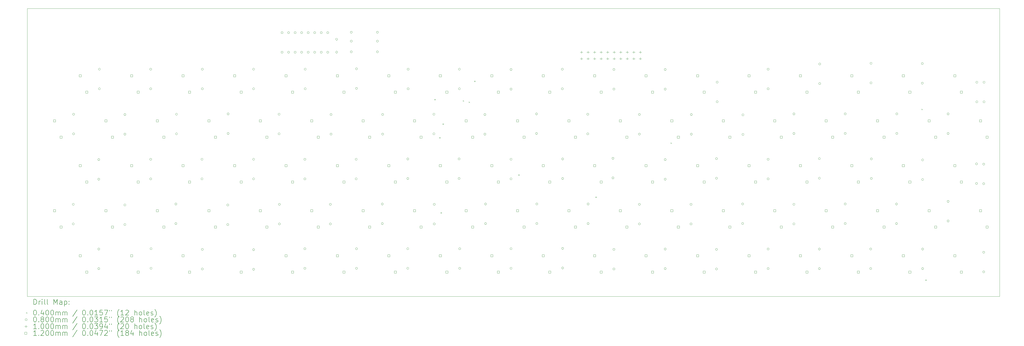
<source format=gbr>
%TF.GenerationSoftware,KiCad,Pcbnew,6.0.11+dfsg-1*%
%TF.CreationDate,2025-05-09T07:28:32+02:00*%
%TF.ProjectId,AkkordeonDiskant,416b6b6f-7264-4656-9f6e-4469736b616e,rev?*%
%TF.SameCoordinates,Original*%
%TF.FileFunction,Drillmap*%
%TF.FilePolarity,Positive*%
%FSLAX45Y45*%
G04 Gerber Fmt 4.5, Leading zero omitted, Abs format (unit mm)*
G04 Created by KiCad (PCBNEW 6.0.11+dfsg-1) date 2025-05-09 07:28:32*
%MOMM*%
%LPD*%
G01*
G04 APERTURE LIST*
%ADD10C,0.100000*%
%ADD11C,0.200000*%
%ADD12C,0.040000*%
%ADD13C,0.080000*%
%ADD14C,0.120000*%
G04 APERTURE END LIST*
D10*
X2200000Y-12000000D02*
X40000000Y-12000000D01*
X40000000Y-12000000D02*
X40000000Y-23200000D01*
X40000000Y-23200000D02*
X2200000Y-23200000D01*
X2200000Y-23200000D02*
X2200000Y-12000000D01*
D11*
D12*
X18026700Y-15524800D02*
X18066700Y-15564800D01*
X18066700Y-15524800D02*
X18026700Y-15564800D01*
X18217200Y-17010700D02*
X18257200Y-17050700D01*
X18257200Y-17010700D02*
X18217200Y-17050700D01*
X18268000Y-19931700D02*
X18308000Y-19971700D01*
X18308000Y-19931700D02*
X18268000Y-19971700D01*
X18344200Y-16477300D02*
X18384200Y-16517300D01*
X18384200Y-16477300D02*
X18344200Y-16517300D01*
X19131600Y-15575600D02*
X19171600Y-15615600D01*
X19171600Y-15575600D02*
X19131600Y-15615600D01*
X19360200Y-15626400D02*
X19400200Y-15666400D01*
X19400200Y-15626400D02*
X19360200Y-15666400D01*
X19576100Y-14813600D02*
X19616100Y-14853600D01*
X19616100Y-14813600D02*
X19576100Y-14853600D01*
X21290600Y-18458500D02*
X21330600Y-18498500D01*
X21330600Y-18458500D02*
X21290600Y-18498500D01*
X24287800Y-19322100D02*
X24327800Y-19362100D01*
X24327800Y-19322100D02*
X24287800Y-19362100D01*
X27208800Y-17217650D02*
X27248800Y-17257650D01*
X27248800Y-17217650D02*
X27208800Y-17257650D01*
X36962400Y-15905800D02*
X37002400Y-15945800D01*
X37002400Y-15905800D02*
X36962400Y-15945800D01*
X37114800Y-22547900D02*
X37154800Y-22587900D01*
X37154800Y-22547900D02*
X37114800Y-22587900D01*
D13*
X4027800Y-19621500D02*
G75*
G03*
X4027800Y-19621500I-40000J0D01*
G01*
X4027800Y-20383500D02*
G75*
G03*
X4027800Y-20383500I-40000J0D01*
G01*
X4040500Y-16116300D02*
G75*
G03*
X4040500Y-16116300I-40000J0D01*
G01*
X4040500Y-16878300D02*
G75*
G03*
X4040500Y-16878300I-40000J0D01*
G01*
X5018400Y-17881600D02*
G75*
G03*
X5018400Y-17881600I-40000J0D01*
G01*
X5018400Y-18643600D02*
G75*
G03*
X5018400Y-18643600I-40000J0D01*
G01*
X5018400Y-21361400D02*
G75*
G03*
X5018400Y-21361400I-40000J0D01*
G01*
X5018400Y-22123400D02*
G75*
G03*
X5018400Y-22123400I-40000J0D01*
G01*
X5043800Y-14363700D02*
G75*
G03*
X5043800Y-14363700I-40000J0D01*
G01*
X5043800Y-15125700D02*
G75*
G03*
X5043800Y-15125700I-40000J0D01*
G01*
X6034400Y-16129000D02*
G75*
G03*
X6034400Y-16129000I-40000J0D01*
G01*
X6034400Y-16891000D02*
G75*
G03*
X6034400Y-16891000I-40000J0D01*
G01*
X6034400Y-19646900D02*
G75*
G03*
X6034400Y-19646900I-40000J0D01*
G01*
X6034400Y-20408900D02*
G75*
G03*
X6034400Y-20408900I-40000J0D01*
G01*
X7037700Y-14363700D02*
G75*
G03*
X7037700Y-14363700I-40000J0D01*
G01*
X7037700Y-15125700D02*
G75*
G03*
X7037700Y-15125700I-40000J0D01*
G01*
X7037700Y-17868900D02*
G75*
G03*
X7037700Y-17868900I-40000J0D01*
G01*
X7037700Y-18630900D02*
G75*
G03*
X7037700Y-18630900I-40000J0D01*
G01*
X7050400Y-21348700D02*
G75*
G03*
X7050400Y-21348700I-40000J0D01*
G01*
X7050400Y-22110700D02*
G75*
G03*
X7050400Y-22110700I-40000J0D01*
G01*
X8015600Y-19608800D02*
G75*
G03*
X8015600Y-19608800I-40000J0D01*
G01*
X8015600Y-20370800D02*
G75*
G03*
X8015600Y-20370800I-40000J0D01*
G01*
X8041000Y-16116300D02*
G75*
G03*
X8041000Y-16116300I-40000J0D01*
G01*
X8041000Y-16878300D02*
G75*
G03*
X8041000Y-16878300I-40000J0D01*
G01*
X9031600Y-17868900D02*
G75*
G03*
X9031600Y-17868900I-40000J0D01*
G01*
X9031600Y-18630900D02*
G75*
G03*
X9031600Y-18630900I-40000J0D01*
G01*
X9044300Y-14363700D02*
G75*
G03*
X9044300Y-14363700I-40000J0D01*
G01*
X9044300Y-15125700D02*
G75*
G03*
X9044300Y-15125700I-40000J0D01*
G01*
X9044300Y-21374100D02*
G75*
G03*
X9044300Y-21374100I-40000J0D01*
G01*
X9044300Y-22136100D02*
G75*
G03*
X9044300Y-22136100I-40000J0D01*
G01*
X10034900Y-19646900D02*
G75*
G03*
X10034900Y-19646900I-40000J0D01*
G01*
X10034900Y-20408900D02*
G75*
G03*
X10034900Y-20408900I-40000J0D01*
G01*
X10047600Y-16103600D02*
G75*
G03*
X10047600Y-16103600I-40000J0D01*
G01*
X10047600Y-16865600D02*
G75*
G03*
X10047600Y-16865600I-40000J0D01*
G01*
X11038200Y-14363700D02*
G75*
G03*
X11038200Y-14363700I-40000J0D01*
G01*
X11038200Y-15125700D02*
G75*
G03*
X11038200Y-15125700I-40000J0D01*
G01*
X11038200Y-17868900D02*
G75*
G03*
X11038200Y-17868900I-40000J0D01*
G01*
X11038200Y-18630900D02*
G75*
G03*
X11038200Y-18630900I-40000J0D01*
G01*
X11038200Y-21386800D02*
G75*
G03*
X11038200Y-21386800I-40000J0D01*
G01*
X11038200Y-22148800D02*
G75*
G03*
X11038200Y-22148800I-40000J0D01*
G01*
X12028800Y-16116300D02*
G75*
G03*
X12028800Y-16116300I-40000J0D01*
G01*
X12028800Y-16878300D02*
G75*
G03*
X12028800Y-16878300I-40000J0D01*
G01*
X12041500Y-19621500D02*
G75*
G03*
X12041500Y-19621500I-40000J0D01*
G01*
X12041500Y-20383500D02*
G75*
G03*
X12041500Y-20383500I-40000J0D01*
G01*
X12144100Y-12942300D02*
G75*
G03*
X12144100Y-12942300I-40000J0D01*
G01*
X12144100Y-13704300D02*
G75*
G03*
X12144100Y-13704300I-40000J0D01*
G01*
X12398100Y-12942300D02*
G75*
G03*
X12398100Y-12942300I-40000J0D01*
G01*
X12398100Y-13704300D02*
G75*
G03*
X12398100Y-13704300I-40000J0D01*
G01*
X12652100Y-12942300D02*
G75*
G03*
X12652100Y-12942300I-40000J0D01*
G01*
X12652100Y-13704300D02*
G75*
G03*
X12652100Y-13704300I-40000J0D01*
G01*
X12906100Y-12942300D02*
G75*
G03*
X12906100Y-12942300I-40000J0D01*
G01*
X12906100Y-13704300D02*
G75*
G03*
X12906100Y-13704300I-40000J0D01*
G01*
X13032100Y-17868900D02*
G75*
G03*
X13032100Y-17868900I-40000J0D01*
G01*
X13032100Y-18630900D02*
G75*
G03*
X13032100Y-18630900I-40000J0D01*
G01*
X13032100Y-21348700D02*
G75*
G03*
X13032100Y-21348700I-40000J0D01*
G01*
X13032100Y-22110700D02*
G75*
G03*
X13032100Y-22110700I-40000J0D01*
G01*
X13044800Y-14363700D02*
G75*
G03*
X13044800Y-14363700I-40000J0D01*
G01*
X13044800Y-15125700D02*
G75*
G03*
X13044800Y-15125700I-40000J0D01*
G01*
X13160100Y-12942300D02*
G75*
G03*
X13160100Y-12942300I-40000J0D01*
G01*
X13160100Y-13704300D02*
G75*
G03*
X13160100Y-13704300I-40000J0D01*
G01*
X13414100Y-12942300D02*
G75*
G03*
X13414100Y-12942300I-40000J0D01*
G01*
X13414100Y-13704300D02*
G75*
G03*
X13414100Y-13704300I-40000J0D01*
G01*
X13668100Y-12942300D02*
G75*
G03*
X13668100Y-12942300I-40000J0D01*
G01*
X13668100Y-13704300D02*
G75*
G03*
X13668100Y-13704300I-40000J0D01*
G01*
X13922100Y-12942300D02*
G75*
G03*
X13922100Y-12942300I-40000J0D01*
G01*
X13922100Y-13704300D02*
G75*
G03*
X13922100Y-13704300I-40000J0D01*
G01*
X14022700Y-19621500D02*
G75*
G03*
X14022700Y-19621500I-40000J0D01*
G01*
X14022700Y-20383500D02*
G75*
G03*
X14022700Y-20383500I-40000J0D01*
G01*
X14048100Y-16129000D02*
G75*
G03*
X14048100Y-16129000I-40000J0D01*
G01*
X14048100Y-16891000D02*
G75*
G03*
X14048100Y-16891000I-40000J0D01*
G01*
X14264000Y-13199300D02*
G75*
G03*
X14264000Y-13199300I-40000J0D01*
G01*
X14264000Y-13699300D02*
G75*
G03*
X14264000Y-13699300I-40000J0D01*
G01*
X14835500Y-12928600D02*
G75*
G03*
X14835500Y-12928600I-40000J0D01*
G01*
X14835500Y-13271500D02*
G75*
G03*
X14835500Y-13271500I-40000J0D01*
G01*
X14835500Y-13690600D02*
G75*
G03*
X14835500Y-13690600I-40000J0D01*
G01*
X15026000Y-17868900D02*
G75*
G03*
X15026000Y-17868900I-40000J0D01*
G01*
X15026000Y-18630900D02*
G75*
G03*
X15026000Y-18630900I-40000J0D01*
G01*
X15038700Y-14351000D02*
G75*
G03*
X15038700Y-14351000I-40000J0D01*
G01*
X15038700Y-15113000D02*
G75*
G03*
X15038700Y-15113000I-40000J0D01*
G01*
X15038700Y-21348700D02*
G75*
G03*
X15038700Y-21348700I-40000J0D01*
G01*
X15038700Y-22110700D02*
G75*
G03*
X15038700Y-22110700I-40000J0D01*
G01*
X15851500Y-12928600D02*
G75*
G03*
X15851500Y-12928600I-40000J0D01*
G01*
X15851500Y-13271500D02*
G75*
G03*
X15851500Y-13271500I-40000J0D01*
G01*
X15851500Y-13690600D02*
G75*
G03*
X15851500Y-13690600I-40000J0D01*
G01*
X16042000Y-19608800D02*
G75*
G03*
X16042000Y-19608800I-40000J0D01*
G01*
X16042000Y-20370800D02*
G75*
G03*
X16042000Y-20370800I-40000J0D01*
G01*
X16054700Y-16129000D02*
G75*
G03*
X16054700Y-16129000I-40000J0D01*
G01*
X16054700Y-16891000D02*
G75*
G03*
X16054700Y-16891000I-40000J0D01*
G01*
X17032600Y-17856200D02*
G75*
G03*
X17032600Y-17856200I-40000J0D01*
G01*
X17032600Y-18618200D02*
G75*
G03*
X17032600Y-18618200I-40000J0D01*
G01*
X17032600Y-21348700D02*
G75*
G03*
X17032600Y-21348700I-40000J0D01*
G01*
X17032600Y-22110700D02*
G75*
G03*
X17032600Y-22110700I-40000J0D01*
G01*
X17045300Y-14363700D02*
G75*
G03*
X17045300Y-14363700I-40000J0D01*
G01*
X17045300Y-15125700D02*
G75*
G03*
X17045300Y-15125700I-40000J0D01*
G01*
X18048600Y-16116300D02*
G75*
G03*
X18048600Y-16116300I-40000J0D01*
G01*
X18048600Y-16878300D02*
G75*
G03*
X18048600Y-16878300I-40000J0D01*
G01*
X18061300Y-19621500D02*
G75*
G03*
X18061300Y-19621500I-40000J0D01*
G01*
X18061300Y-20383500D02*
G75*
G03*
X18061300Y-20383500I-40000J0D01*
G01*
X19026500Y-17856200D02*
G75*
G03*
X19026500Y-17856200I-40000J0D01*
G01*
X19026500Y-18618200D02*
G75*
G03*
X19026500Y-18618200I-40000J0D01*
G01*
X19039200Y-14363700D02*
G75*
G03*
X19039200Y-14363700I-40000J0D01*
G01*
X19039200Y-15125700D02*
G75*
G03*
X19039200Y-15125700I-40000J0D01*
G01*
X19051900Y-21348700D02*
G75*
G03*
X19051900Y-21348700I-40000J0D01*
G01*
X19051900Y-22110700D02*
G75*
G03*
X19051900Y-22110700I-40000J0D01*
G01*
X20029800Y-16129000D02*
G75*
G03*
X20029800Y-16129000I-40000J0D01*
G01*
X20029800Y-16891000D02*
G75*
G03*
X20029800Y-16891000I-40000J0D01*
G01*
X20055200Y-19608800D02*
G75*
G03*
X20055200Y-19608800I-40000J0D01*
G01*
X20055200Y-20370800D02*
G75*
G03*
X20055200Y-20370800I-40000J0D01*
G01*
X21045800Y-14376400D02*
G75*
G03*
X21045800Y-14376400I-40000J0D01*
G01*
X21045800Y-15138400D02*
G75*
G03*
X21045800Y-15138400I-40000J0D01*
G01*
X21045800Y-17868900D02*
G75*
G03*
X21045800Y-17868900I-40000J0D01*
G01*
X21045800Y-18630900D02*
G75*
G03*
X21045800Y-18630900I-40000J0D01*
G01*
X21045800Y-21348700D02*
G75*
G03*
X21045800Y-21348700I-40000J0D01*
G01*
X21045800Y-22110700D02*
G75*
G03*
X21045800Y-22110700I-40000J0D01*
G01*
X22036400Y-16103600D02*
G75*
G03*
X22036400Y-16103600I-40000J0D01*
G01*
X22036400Y-16865600D02*
G75*
G03*
X22036400Y-16865600I-40000J0D01*
G01*
X22049100Y-19608800D02*
G75*
G03*
X22049100Y-19608800I-40000J0D01*
G01*
X22049100Y-20370800D02*
G75*
G03*
X22049100Y-20370800I-40000J0D01*
G01*
X23039700Y-14363700D02*
G75*
G03*
X23039700Y-14363700I-40000J0D01*
G01*
X23039700Y-15125700D02*
G75*
G03*
X23039700Y-15125700I-40000J0D01*
G01*
X23052400Y-17856200D02*
G75*
G03*
X23052400Y-17856200I-40000J0D01*
G01*
X23052400Y-18618200D02*
G75*
G03*
X23052400Y-18618200I-40000J0D01*
G01*
X23052400Y-21336000D02*
G75*
G03*
X23052400Y-21336000I-40000J0D01*
G01*
X23052400Y-22098000D02*
G75*
G03*
X23052400Y-22098000I-40000J0D01*
G01*
X24030300Y-16116300D02*
G75*
G03*
X24030300Y-16116300I-40000J0D01*
G01*
X24030300Y-16878300D02*
G75*
G03*
X24030300Y-16878300I-40000J0D01*
G01*
X24043000Y-19608800D02*
G75*
G03*
X24043000Y-19608800I-40000J0D01*
G01*
X24043000Y-20370800D02*
G75*
G03*
X24043000Y-20370800I-40000J0D01*
G01*
X25008200Y-17830800D02*
G75*
G03*
X25008200Y-17830800I-40000J0D01*
G01*
X25008200Y-18592800D02*
G75*
G03*
X25008200Y-18592800I-40000J0D01*
G01*
X25046300Y-14376400D02*
G75*
G03*
X25046300Y-14376400I-40000J0D01*
G01*
X25046300Y-15138400D02*
G75*
G03*
X25046300Y-15138400I-40000J0D01*
G01*
X25046300Y-21374100D02*
G75*
G03*
X25046300Y-21374100I-40000J0D01*
G01*
X25046300Y-22136100D02*
G75*
G03*
X25046300Y-22136100I-40000J0D01*
G01*
X26036900Y-16129000D02*
G75*
G03*
X26036900Y-16129000I-40000J0D01*
G01*
X26036900Y-16891000D02*
G75*
G03*
X26036900Y-16891000I-40000J0D01*
G01*
X26036900Y-19621500D02*
G75*
G03*
X26036900Y-19621500I-40000J0D01*
G01*
X26036900Y-20383500D02*
G75*
G03*
X26036900Y-20383500I-40000J0D01*
G01*
X27040200Y-14376400D02*
G75*
G03*
X27040200Y-14376400I-40000J0D01*
G01*
X27040200Y-15138400D02*
G75*
G03*
X27040200Y-15138400I-40000J0D01*
G01*
X27040200Y-17881600D02*
G75*
G03*
X27040200Y-17881600I-40000J0D01*
G01*
X27040200Y-18643600D02*
G75*
G03*
X27040200Y-18643600I-40000J0D01*
G01*
X27040200Y-21361400D02*
G75*
G03*
X27040200Y-21361400I-40000J0D01*
G01*
X27040200Y-22123400D02*
G75*
G03*
X27040200Y-22123400I-40000J0D01*
G01*
X28043500Y-19621500D02*
G75*
G03*
X28043500Y-19621500I-40000J0D01*
G01*
X28043500Y-20383500D02*
G75*
G03*
X28043500Y-20383500I-40000J0D01*
G01*
X28056200Y-16129000D02*
G75*
G03*
X28056200Y-16129000I-40000J0D01*
G01*
X28056200Y-16891000D02*
G75*
G03*
X28056200Y-16891000I-40000J0D01*
G01*
X29034100Y-17843500D02*
G75*
G03*
X29034100Y-17843500I-40000J0D01*
G01*
X29034100Y-18605500D02*
G75*
G03*
X29034100Y-18605500I-40000J0D01*
G01*
X29034100Y-21374100D02*
G75*
G03*
X29034100Y-21374100I-40000J0D01*
G01*
X29034100Y-22136100D02*
G75*
G03*
X29034100Y-22136100I-40000J0D01*
G01*
X29059500Y-14868400D02*
G75*
G03*
X29059500Y-14868400I-40000J0D01*
G01*
X29059500Y-15630400D02*
G75*
G03*
X29059500Y-15630400I-40000J0D01*
G01*
X30050100Y-19608800D02*
G75*
G03*
X30050100Y-19608800I-40000J0D01*
G01*
X30050100Y-20370800D02*
G75*
G03*
X30050100Y-20370800I-40000J0D01*
G01*
X30062800Y-16141700D02*
G75*
G03*
X30062800Y-16141700I-40000J0D01*
G01*
X30062800Y-16903700D02*
G75*
G03*
X30062800Y-16903700I-40000J0D01*
G01*
X31040700Y-14363700D02*
G75*
G03*
X31040700Y-14363700I-40000J0D01*
G01*
X31040700Y-15125700D02*
G75*
G03*
X31040700Y-15125700I-40000J0D01*
G01*
X31040700Y-17868900D02*
G75*
G03*
X31040700Y-17868900I-40000J0D01*
G01*
X31040700Y-18630900D02*
G75*
G03*
X31040700Y-18630900I-40000J0D01*
G01*
X31040700Y-21361400D02*
G75*
G03*
X31040700Y-21361400I-40000J0D01*
G01*
X31040700Y-22123400D02*
G75*
G03*
X31040700Y-22123400I-40000J0D01*
G01*
X32044000Y-16103600D02*
G75*
G03*
X32044000Y-16103600I-40000J0D01*
G01*
X32044000Y-16865600D02*
G75*
G03*
X32044000Y-16865600I-40000J0D01*
G01*
X32044000Y-19621500D02*
G75*
G03*
X32044000Y-19621500I-40000J0D01*
G01*
X32044000Y-20383500D02*
G75*
G03*
X32044000Y-20383500I-40000J0D01*
G01*
X33034600Y-17843500D02*
G75*
G03*
X33034600Y-17843500I-40000J0D01*
G01*
X33034600Y-18605500D02*
G75*
G03*
X33034600Y-18605500I-40000J0D01*
G01*
X33034600Y-21361400D02*
G75*
G03*
X33034600Y-21361400I-40000J0D01*
G01*
X33034600Y-22123400D02*
G75*
G03*
X33034600Y-22123400I-40000J0D01*
G01*
X33047300Y-14160500D02*
G75*
G03*
X33047300Y-14160500I-40000J0D01*
G01*
X33047300Y-14922500D02*
G75*
G03*
X33047300Y-14922500I-40000J0D01*
G01*
X34037900Y-16103600D02*
G75*
G03*
X34037900Y-16103600I-40000J0D01*
G01*
X34037900Y-16865600D02*
G75*
G03*
X34037900Y-16865600I-40000J0D01*
G01*
X34037900Y-19608800D02*
G75*
G03*
X34037900Y-19608800I-40000J0D01*
G01*
X34037900Y-20370800D02*
G75*
G03*
X34037900Y-20370800I-40000J0D01*
G01*
X35028500Y-21361400D02*
G75*
G03*
X35028500Y-21361400I-40000J0D01*
G01*
X35028500Y-22123400D02*
G75*
G03*
X35028500Y-22123400I-40000J0D01*
G01*
X35041200Y-14135100D02*
G75*
G03*
X35041200Y-14135100I-40000J0D01*
G01*
X35041200Y-14897100D02*
G75*
G03*
X35041200Y-14897100I-40000J0D01*
G01*
X35053900Y-17856200D02*
G75*
G03*
X35053900Y-17856200I-40000J0D01*
G01*
X35053900Y-18618200D02*
G75*
G03*
X35053900Y-18618200I-40000J0D01*
G01*
X36031800Y-19608800D02*
G75*
G03*
X36031800Y-19608800I-40000J0D01*
G01*
X36031800Y-20370800D02*
G75*
G03*
X36031800Y-20370800I-40000J0D01*
G01*
X36044500Y-16103600D02*
G75*
G03*
X36044500Y-16103600I-40000J0D01*
G01*
X36044500Y-16865600D02*
G75*
G03*
X36044500Y-16865600I-40000J0D01*
G01*
X37035100Y-14147800D02*
G75*
G03*
X37035100Y-14147800I-40000J0D01*
G01*
X37035100Y-14909800D02*
G75*
G03*
X37035100Y-14909800I-40000J0D01*
G01*
X37047800Y-17894300D02*
G75*
G03*
X37047800Y-17894300I-40000J0D01*
G01*
X37047800Y-18656300D02*
G75*
G03*
X37047800Y-18656300I-40000J0D01*
G01*
X37047800Y-21361400D02*
G75*
G03*
X37047800Y-21361400I-40000J0D01*
G01*
X37047800Y-22123400D02*
G75*
G03*
X37047800Y-22123400I-40000J0D01*
G01*
X38038400Y-16103600D02*
G75*
G03*
X38038400Y-16103600I-40000J0D01*
G01*
X38038400Y-16865600D02*
G75*
G03*
X38038400Y-16865600I-40000J0D01*
G01*
X38038400Y-19507200D02*
G75*
G03*
X38038400Y-19507200I-40000J0D01*
G01*
X38038400Y-20269200D02*
G75*
G03*
X38038400Y-20269200I-40000J0D01*
G01*
X39143300Y-18046700D02*
G75*
G03*
X39143300Y-18046700I-40000J0D01*
G01*
X39143300Y-18808700D02*
G75*
G03*
X39143300Y-18808700I-40000J0D01*
G01*
X39156000Y-14871700D02*
G75*
G03*
X39156000Y-14871700I-40000J0D01*
G01*
X39156000Y-15633700D02*
G75*
G03*
X39156000Y-15633700I-40000J0D01*
G01*
X39422700Y-18059400D02*
G75*
G03*
X39422700Y-18059400I-40000J0D01*
G01*
X39422700Y-18821400D02*
G75*
G03*
X39422700Y-18821400I-40000J0D01*
G01*
X39422700Y-21488400D02*
G75*
G03*
X39422700Y-21488400I-40000J0D01*
G01*
X39422700Y-22250400D02*
G75*
G03*
X39422700Y-22250400I-40000J0D01*
G01*
X39435400Y-14871700D02*
G75*
G03*
X39435400Y-14871700I-40000J0D01*
G01*
X39435400Y-15633700D02*
G75*
G03*
X39435400Y-15633700I-40000J0D01*
G01*
D10*
X23747500Y-13650000D02*
X23747500Y-13750000D01*
X23697500Y-13700000D02*
X23797500Y-13700000D01*
X23747500Y-13904000D02*
X23747500Y-14004000D01*
X23697500Y-13954000D02*
X23797500Y-13954000D01*
X24001500Y-13650000D02*
X24001500Y-13750000D01*
X23951500Y-13700000D02*
X24051500Y-13700000D01*
X24001500Y-13904000D02*
X24001500Y-14004000D01*
X23951500Y-13954000D02*
X24051500Y-13954000D01*
X24255500Y-13650000D02*
X24255500Y-13750000D01*
X24205500Y-13700000D02*
X24305500Y-13700000D01*
X24255500Y-13904000D02*
X24255500Y-14004000D01*
X24205500Y-13954000D02*
X24305500Y-13954000D01*
X24509500Y-13650000D02*
X24509500Y-13750000D01*
X24459500Y-13700000D02*
X24559500Y-13700000D01*
X24509500Y-13904000D02*
X24509500Y-14004000D01*
X24459500Y-13954000D02*
X24559500Y-13954000D01*
X24763500Y-13650000D02*
X24763500Y-13750000D01*
X24713500Y-13700000D02*
X24813500Y-13700000D01*
X24763500Y-13904000D02*
X24763500Y-14004000D01*
X24713500Y-13954000D02*
X24813500Y-13954000D01*
X25017500Y-13650000D02*
X25017500Y-13750000D01*
X24967500Y-13700000D02*
X25067500Y-13700000D01*
X25017500Y-13904000D02*
X25017500Y-14004000D01*
X24967500Y-13954000D02*
X25067500Y-13954000D01*
X25271500Y-13650000D02*
X25271500Y-13750000D01*
X25221500Y-13700000D02*
X25321500Y-13700000D01*
X25271500Y-13904000D02*
X25271500Y-14004000D01*
X25221500Y-13954000D02*
X25321500Y-13954000D01*
X25525500Y-13650000D02*
X25525500Y-13750000D01*
X25475500Y-13700000D02*
X25575500Y-13700000D01*
X25525500Y-13904000D02*
X25525500Y-14004000D01*
X25475500Y-13954000D02*
X25575500Y-13954000D01*
X25779500Y-13650000D02*
X25779500Y-13750000D01*
X25729500Y-13700000D02*
X25829500Y-13700000D01*
X25779500Y-13904000D02*
X25779500Y-14004000D01*
X25729500Y-13954000D02*
X25829500Y-13954000D01*
X26033500Y-13650000D02*
X26033500Y-13750000D01*
X25983500Y-13700000D02*
X26083500Y-13700000D01*
X26033500Y-13904000D02*
X26033500Y-14004000D01*
X25983500Y-13954000D02*
X26083500Y-13954000D01*
D14*
X3296427Y-16411427D02*
X3296427Y-16326573D01*
X3211573Y-16326573D01*
X3211573Y-16411427D01*
X3296427Y-16411427D01*
X3296427Y-19911427D02*
X3296427Y-19826573D01*
X3211573Y-19826573D01*
X3211573Y-19911427D01*
X3296427Y-19911427D01*
X3550427Y-17046427D02*
X3550427Y-16961573D01*
X3465573Y-16961573D01*
X3465573Y-17046427D01*
X3550427Y-17046427D01*
X3550427Y-20546427D02*
X3550427Y-20461573D01*
X3465573Y-20461573D01*
X3465573Y-20546427D01*
X3550427Y-20546427D01*
X4296427Y-14661427D02*
X4296427Y-14576573D01*
X4211573Y-14576573D01*
X4211573Y-14661427D01*
X4296427Y-14661427D01*
X4296427Y-18161427D02*
X4296427Y-18076573D01*
X4211573Y-18076573D01*
X4211573Y-18161427D01*
X4296427Y-18161427D01*
X4296427Y-21661427D02*
X4296427Y-21576573D01*
X4211573Y-21576573D01*
X4211573Y-21661427D01*
X4296427Y-21661427D01*
X4550427Y-15296427D02*
X4550427Y-15211573D01*
X4465573Y-15211573D01*
X4465573Y-15296427D01*
X4550427Y-15296427D01*
X4550427Y-18796427D02*
X4550427Y-18711573D01*
X4465573Y-18711573D01*
X4465573Y-18796427D01*
X4550427Y-18796427D01*
X4550427Y-22296427D02*
X4550427Y-22211573D01*
X4465573Y-22211573D01*
X4465573Y-22296427D01*
X4550427Y-22296427D01*
X5296427Y-16411427D02*
X5296427Y-16326573D01*
X5211573Y-16326573D01*
X5211573Y-16411427D01*
X5296427Y-16411427D01*
X5296427Y-19911427D02*
X5296427Y-19826573D01*
X5211573Y-19826573D01*
X5211573Y-19911427D01*
X5296427Y-19911427D01*
X5550427Y-17046427D02*
X5550427Y-16961573D01*
X5465573Y-16961573D01*
X5465573Y-17046427D01*
X5550427Y-17046427D01*
X5550427Y-20546427D02*
X5550427Y-20461573D01*
X5465573Y-20461573D01*
X5465573Y-20546427D01*
X5550427Y-20546427D01*
X6296427Y-14661427D02*
X6296427Y-14576573D01*
X6211573Y-14576573D01*
X6211573Y-14661427D01*
X6296427Y-14661427D01*
X6296427Y-18161427D02*
X6296427Y-18076573D01*
X6211573Y-18076573D01*
X6211573Y-18161427D01*
X6296427Y-18161427D01*
X6296427Y-21661427D02*
X6296427Y-21576573D01*
X6211573Y-21576573D01*
X6211573Y-21661427D01*
X6296427Y-21661427D01*
X6550427Y-15296427D02*
X6550427Y-15211573D01*
X6465573Y-15211573D01*
X6465573Y-15296427D01*
X6550427Y-15296427D01*
X6550427Y-18796427D02*
X6550427Y-18711573D01*
X6465573Y-18711573D01*
X6465573Y-18796427D01*
X6550427Y-18796427D01*
X6550427Y-22296427D02*
X6550427Y-22211573D01*
X6465573Y-22211573D01*
X6465573Y-22296427D01*
X6550427Y-22296427D01*
X7296427Y-16411427D02*
X7296427Y-16326573D01*
X7211573Y-16326573D01*
X7211573Y-16411427D01*
X7296427Y-16411427D01*
X7296427Y-19911427D02*
X7296427Y-19826573D01*
X7211573Y-19826573D01*
X7211573Y-19911427D01*
X7296427Y-19911427D01*
X7550427Y-17046427D02*
X7550427Y-16961573D01*
X7465573Y-16961573D01*
X7465573Y-17046427D01*
X7550427Y-17046427D01*
X7550427Y-20546427D02*
X7550427Y-20461573D01*
X7465573Y-20461573D01*
X7465573Y-20546427D01*
X7550427Y-20546427D01*
X8296427Y-14661427D02*
X8296427Y-14576573D01*
X8211573Y-14576573D01*
X8211573Y-14661427D01*
X8296427Y-14661427D01*
X8296427Y-18161427D02*
X8296427Y-18076573D01*
X8211573Y-18076573D01*
X8211573Y-18161427D01*
X8296427Y-18161427D01*
X8296427Y-21661427D02*
X8296427Y-21576573D01*
X8211573Y-21576573D01*
X8211573Y-21661427D01*
X8296427Y-21661427D01*
X8550427Y-15296427D02*
X8550427Y-15211573D01*
X8465573Y-15211573D01*
X8465573Y-15296427D01*
X8550427Y-15296427D01*
X8550427Y-18796427D02*
X8550427Y-18711573D01*
X8465573Y-18711573D01*
X8465573Y-18796427D01*
X8550427Y-18796427D01*
X8550427Y-22296427D02*
X8550427Y-22211573D01*
X8465573Y-22211573D01*
X8465573Y-22296427D01*
X8550427Y-22296427D01*
X9296427Y-16411427D02*
X9296427Y-16326573D01*
X9211573Y-16326573D01*
X9211573Y-16411427D01*
X9296427Y-16411427D01*
X9296427Y-19911427D02*
X9296427Y-19826573D01*
X9211573Y-19826573D01*
X9211573Y-19911427D01*
X9296427Y-19911427D01*
X9550427Y-17046427D02*
X9550427Y-16961573D01*
X9465573Y-16961573D01*
X9465573Y-17046427D01*
X9550427Y-17046427D01*
X9550427Y-20546427D02*
X9550427Y-20461573D01*
X9465573Y-20461573D01*
X9465573Y-20546427D01*
X9550427Y-20546427D01*
X10296427Y-14661427D02*
X10296427Y-14576573D01*
X10211573Y-14576573D01*
X10211573Y-14661427D01*
X10296427Y-14661427D01*
X10296427Y-18161427D02*
X10296427Y-18076573D01*
X10211573Y-18076573D01*
X10211573Y-18161427D01*
X10296427Y-18161427D01*
X10296427Y-21661427D02*
X10296427Y-21576573D01*
X10211573Y-21576573D01*
X10211573Y-21661427D01*
X10296427Y-21661427D01*
X10550427Y-15296427D02*
X10550427Y-15211573D01*
X10465573Y-15211573D01*
X10465573Y-15296427D01*
X10550427Y-15296427D01*
X10550427Y-18796427D02*
X10550427Y-18711573D01*
X10465573Y-18711573D01*
X10465573Y-18796427D01*
X10550427Y-18796427D01*
X10550427Y-22296427D02*
X10550427Y-22211573D01*
X10465573Y-22211573D01*
X10465573Y-22296427D01*
X10550427Y-22296427D01*
X11296427Y-16411427D02*
X11296427Y-16326573D01*
X11211573Y-16326573D01*
X11211573Y-16411427D01*
X11296427Y-16411427D01*
X11296427Y-19911427D02*
X11296427Y-19826573D01*
X11211573Y-19826573D01*
X11211573Y-19911427D01*
X11296427Y-19911427D01*
X11550427Y-17046427D02*
X11550427Y-16961573D01*
X11465573Y-16961573D01*
X11465573Y-17046427D01*
X11550427Y-17046427D01*
X11550427Y-20546427D02*
X11550427Y-20461573D01*
X11465573Y-20461573D01*
X11465573Y-20546427D01*
X11550427Y-20546427D01*
X12296427Y-14661427D02*
X12296427Y-14576573D01*
X12211573Y-14576573D01*
X12211573Y-14661427D01*
X12296427Y-14661427D01*
X12296427Y-18161427D02*
X12296427Y-18076573D01*
X12211573Y-18076573D01*
X12211573Y-18161427D01*
X12296427Y-18161427D01*
X12296427Y-21661427D02*
X12296427Y-21576573D01*
X12211573Y-21576573D01*
X12211573Y-21661427D01*
X12296427Y-21661427D01*
X12550427Y-15296427D02*
X12550427Y-15211573D01*
X12465573Y-15211573D01*
X12465573Y-15296427D01*
X12550427Y-15296427D01*
X12550427Y-18796427D02*
X12550427Y-18711573D01*
X12465573Y-18711573D01*
X12465573Y-18796427D01*
X12550427Y-18796427D01*
X12550427Y-22296427D02*
X12550427Y-22211573D01*
X12465573Y-22211573D01*
X12465573Y-22296427D01*
X12550427Y-22296427D01*
X13296427Y-16411427D02*
X13296427Y-16326573D01*
X13211573Y-16326573D01*
X13211573Y-16411427D01*
X13296427Y-16411427D01*
X13296427Y-19911427D02*
X13296427Y-19826573D01*
X13211573Y-19826573D01*
X13211573Y-19911427D01*
X13296427Y-19911427D01*
X13550427Y-17046427D02*
X13550427Y-16961573D01*
X13465573Y-16961573D01*
X13465573Y-17046427D01*
X13550427Y-17046427D01*
X13550427Y-20546427D02*
X13550427Y-20461573D01*
X13465573Y-20461573D01*
X13465573Y-20546427D01*
X13550427Y-20546427D01*
X14296427Y-14661427D02*
X14296427Y-14576573D01*
X14211573Y-14576573D01*
X14211573Y-14661427D01*
X14296427Y-14661427D01*
X14296427Y-18161427D02*
X14296427Y-18076573D01*
X14211573Y-18076573D01*
X14211573Y-18161427D01*
X14296427Y-18161427D01*
X14296427Y-21661427D02*
X14296427Y-21576573D01*
X14211573Y-21576573D01*
X14211573Y-21661427D01*
X14296427Y-21661427D01*
X14550427Y-15296427D02*
X14550427Y-15211573D01*
X14465573Y-15211573D01*
X14465573Y-15296427D01*
X14550427Y-15296427D01*
X14550427Y-18796427D02*
X14550427Y-18711573D01*
X14465573Y-18711573D01*
X14465573Y-18796427D01*
X14550427Y-18796427D01*
X14550427Y-22296427D02*
X14550427Y-22211573D01*
X14465573Y-22211573D01*
X14465573Y-22296427D01*
X14550427Y-22296427D01*
X15296427Y-16411427D02*
X15296427Y-16326573D01*
X15211573Y-16326573D01*
X15211573Y-16411427D01*
X15296427Y-16411427D01*
X15296427Y-19911427D02*
X15296427Y-19826573D01*
X15211573Y-19826573D01*
X15211573Y-19911427D01*
X15296427Y-19911427D01*
X15550427Y-17046427D02*
X15550427Y-16961573D01*
X15465573Y-16961573D01*
X15465573Y-17046427D01*
X15550427Y-17046427D01*
X15550427Y-20546427D02*
X15550427Y-20461573D01*
X15465573Y-20461573D01*
X15465573Y-20546427D01*
X15550427Y-20546427D01*
X16296427Y-14661427D02*
X16296427Y-14576573D01*
X16211573Y-14576573D01*
X16211573Y-14661427D01*
X16296427Y-14661427D01*
X16296427Y-18161427D02*
X16296427Y-18076573D01*
X16211573Y-18076573D01*
X16211573Y-18161427D01*
X16296427Y-18161427D01*
X16296427Y-21661427D02*
X16296427Y-21576573D01*
X16211573Y-21576573D01*
X16211573Y-21661427D01*
X16296427Y-21661427D01*
X16550427Y-15296427D02*
X16550427Y-15211573D01*
X16465573Y-15211573D01*
X16465573Y-15296427D01*
X16550427Y-15296427D01*
X16550427Y-18796427D02*
X16550427Y-18711573D01*
X16465573Y-18711573D01*
X16465573Y-18796427D01*
X16550427Y-18796427D01*
X16550427Y-22296427D02*
X16550427Y-22211573D01*
X16465573Y-22211573D01*
X16465573Y-22296427D01*
X16550427Y-22296427D01*
X17296427Y-16411427D02*
X17296427Y-16326573D01*
X17211573Y-16326573D01*
X17211573Y-16411427D01*
X17296427Y-16411427D01*
X17296427Y-19911427D02*
X17296427Y-19826573D01*
X17211573Y-19826573D01*
X17211573Y-19911427D01*
X17296427Y-19911427D01*
X17550427Y-17046427D02*
X17550427Y-16961573D01*
X17465573Y-16961573D01*
X17465573Y-17046427D01*
X17550427Y-17046427D01*
X17550427Y-20546427D02*
X17550427Y-20461573D01*
X17465573Y-20461573D01*
X17465573Y-20546427D01*
X17550427Y-20546427D01*
X18296427Y-14661427D02*
X18296427Y-14576573D01*
X18211573Y-14576573D01*
X18211573Y-14661427D01*
X18296427Y-14661427D01*
X18296427Y-18161427D02*
X18296427Y-18076573D01*
X18211573Y-18076573D01*
X18211573Y-18161427D01*
X18296427Y-18161427D01*
X18296427Y-21661427D02*
X18296427Y-21576573D01*
X18211573Y-21576573D01*
X18211573Y-21661427D01*
X18296427Y-21661427D01*
X18550427Y-15296427D02*
X18550427Y-15211573D01*
X18465573Y-15211573D01*
X18465573Y-15296427D01*
X18550427Y-15296427D01*
X18550427Y-18796427D02*
X18550427Y-18711573D01*
X18465573Y-18711573D01*
X18465573Y-18796427D01*
X18550427Y-18796427D01*
X18550427Y-22296427D02*
X18550427Y-22211573D01*
X18465573Y-22211573D01*
X18465573Y-22296427D01*
X18550427Y-22296427D01*
X19296427Y-16411427D02*
X19296427Y-16326573D01*
X19211573Y-16326573D01*
X19211573Y-16411427D01*
X19296427Y-16411427D01*
X19296427Y-19911427D02*
X19296427Y-19826573D01*
X19211573Y-19826573D01*
X19211573Y-19911427D01*
X19296427Y-19911427D01*
X19550427Y-17046427D02*
X19550427Y-16961573D01*
X19465573Y-16961573D01*
X19465573Y-17046427D01*
X19550427Y-17046427D01*
X19550427Y-20546427D02*
X19550427Y-20461573D01*
X19465573Y-20461573D01*
X19465573Y-20546427D01*
X19550427Y-20546427D01*
X20296427Y-14661427D02*
X20296427Y-14576573D01*
X20211573Y-14576573D01*
X20211573Y-14661427D01*
X20296427Y-14661427D01*
X20296427Y-18161427D02*
X20296427Y-18076573D01*
X20211573Y-18076573D01*
X20211573Y-18161427D01*
X20296427Y-18161427D01*
X20296427Y-21661427D02*
X20296427Y-21576573D01*
X20211573Y-21576573D01*
X20211573Y-21661427D01*
X20296427Y-21661427D01*
X20550427Y-15296427D02*
X20550427Y-15211573D01*
X20465573Y-15211573D01*
X20465573Y-15296427D01*
X20550427Y-15296427D01*
X20550427Y-18796427D02*
X20550427Y-18711573D01*
X20465573Y-18711573D01*
X20465573Y-18796427D01*
X20550427Y-18796427D01*
X20550427Y-22296427D02*
X20550427Y-22211573D01*
X20465573Y-22211573D01*
X20465573Y-22296427D01*
X20550427Y-22296427D01*
X21296427Y-16411427D02*
X21296427Y-16326573D01*
X21211573Y-16326573D01*
X21211573Y-16411427D01*
X21296427Y-16411427D01*
X21296427Y-19911427D02*
X21296427Y-19826573D01*
X21211573Y-19826573D01*
X21211573Y-19911427D01*
X21296427Y-19911427D01*
X21550427Y-17046427D02*
X21550427Y-16961573D01*
X21465573Y-16961573D01*
X21465573Y-17046427D01*
X21550427Y-17046427D01*
X21550427Y-20546427D02*
X21550427Y-20461573D01*
X21465573Y-20461573D01*
X21465573Y-20546427D01*
X21550427Y-20546427D01*
X22296427Y-14661427D02*
X22296427Y-14576573D01*
X22211573Y-14576573D01*
X22211573Y-14661427D01*
X22296427Y-14661427D01*
X22296427Y-18161427D02*
X22296427Y-18076573D01*
X22211573Y-18076573D01*
X22211573Y-18161427D01*
X22296427Y-18161427D01*
X22296427Y-21661427D02*
X22296427Y-21576573D01*
X22211573Y-21576573D01*
X22211573Y-21661427D01*
X22296427Y-21661427D01*
X22550427Y-15296427D02*
X22550427Y-15211573D01*
X22465573Y-15211573D01*
X22465573Y-15296427D01*
X22550427Y-15296427D01*
X22550427Y-18796427D02*
X22550427Y-18711573D01*
X22465573Y-18711573D01*
X22465573Y-18796427D01*
X22550427Y-18796427D01*
X22550427Y-22296427D02*
X22550427Y-22211573D01*
X22465573Y-22211573D01*
X22465573Y-22296427D01*
X22550427Y-22296427D01*
X23296427Y-16411427D02*
X23296427Y-16326573D01*
X23211573Y-16326573D01*
X23211573Y-16411427D01*
X23296427Y-16411427D01*
X23296427Y-19911427D02*
X23296427Y-19826573D01*
X23211573Y-19826573D01*
X23211573Y-19911427D01*
X23296427Y-19911427D01*
X23550427Y-17046427D02*
X23550427Y-16961573D01*
X23465573Y-16961573D01*
X23465573Y-17046427D01*
X23550427Y-17046427D01*
X23550427Y-20546427D02*
X23550427Y-20461573D01*
X23465573Y-20461573D01*
X23465573Y-20546427D01*
X23550427Y-20546427D01*
X24296427Y-14661427D02*
X24296427Y-14576573D01*
X24211573Y-14576573D01*
X24211573Y-14661427D01*
X24296427Y-14661427D01*
X24296427Y-18161427D02*
X24296427Y-18076573D01*
X24211573Y-18076573D01*
X24211573Y-18161427D01*
X24296427Y-18161427D01*
X24296427Y-21661427D02*
X24296427Y-21576573D01*
X24211573Y-21576573D01*
X24211573Y-21661427D01*
X24296427Y-21661427D01*
X24550427Y-15296427D02*
X24550427Y-15211573D01*
X24465573Y-15211573D01*
X24465573Y-15296427D01*
X24550427Y-15296427D01*
X24550427Y-18796427D02*
X24550427Y-18711573D01*
X24465573Y-18711573D01*
X24465573Y-18796427D01*
X24550427Y-18796427D01*
X24550427Y-22296427D02*
X24550427Y-22211573D01*
X24465573Y-22211573D01*
X24465573Y-22296427D01*
X24550427Y-22296427D01*
X25296427Y-16411427D02*
X25296427Y-16326573D01*
X25211573Y-16326573D01*
X25211573Y-16411427D01*
X25296427Y-16411427D01*
X25296427Y-19911427D02*
X25296427Y-19826573D01*
X25211573Y-19826573D01*
X25211573Y-19911427D01*
X25296427Y-19911427D01*
X25550427Y-17046427D02*
X25550427Y-16961573D01*
X25465573Y-16961573D01*
X25465573Y-17046427D01*
X25550427Y-17046427D01*
X25550427Y-20546427D02*
X25550427Y-20461573D01*
X25465573Y-20461573D01*
X25465573Y-20546427D01*
X25550427Y-20546427D01*
X26296427Y-14661427D02*
X26296427Y-14576573D01*
X26211573Y-14576573D01*
X26211573Y-14661427D01*
X26296427Y-14661427D01*
X26296427Y-18161427D02*
X26296427Y-18076573D01*
X26211573Y-18076573D01*
X26211573Y-18161427D01*
X26296427Y-18161427D01*
X26296427Y-21661427D02*
X26296427Y-21576573D01*
X26211573Y-21576573D01*
X26211573Y-21661427D01*
X26296427Y-21661427D01*
X26550427Y-15296427D02*
X26550427Y-15211573D01*
X26465573Y-15211573D01*
X26465573Y-15296427D01*
X26550427Y-15296427D01*
X26550427Y-18796427D02*
X26550427Y-18711573D01*
X26465573Y-18711573D01*
X26465573Y-18796427D01*
X26550427Y-18796427D01*
X26550427Y-22296427D02*
X26550427Y-22211573D01*
X26465573Y-22211573D01*
X26465573Y-22296427D01*
X26550427Y-22296427D01*
X27296427Y-16411427D02*
X27296427Y-16326573D01*
X27211573Y-16326573D01*
X27211573Y-16411427D01*
X27296427Y-16411427D01*
X27296427Y-19911427D02*
X27296427Y-19826573D01*
X27211573Y-19826573D01*
X27211573Y-19911427D01*
X27296427Y-19911427D01*
X27550427Y-17046427D02*
X27550427Y-16961573D01*
X27465573Y-16961573D01*
X27465573Y-17046427D01*
X27550427Y-17046427D01*
X27550427Y-20546427D02*
X27550427Y-20461573D01*
X27465573Y-20461573D01*
X27465573Y-20546427D01*
X27550427Y-20546427D01*
X28296427Y-14661427D02*
X28296427Y-14576573D01*
X28211573Y-14576573D01*
X28211573Y-14661427D01*
X28296427Y-14661427D01*
X28296427Y-18161427D02*
X28296427Y-18076573D01*
X28211573Y-18076573D01*
X28211573Y-18161427D01*
X28296427Y-18161427D01*
X28296427Y-21661427D02*
X28296427Y-21576573D01*
X28211573Y-21576573D01*
X28211573Y-21661427D01*
X28296427Y-21661427D01*
X28550427Y-15296427D02*
X28550427Y-15211573D01*
X28465573Y-15211573D01*
X28465573Y-15296427D01*
X28550427Y-15296427D01*
X28550427Y-18796427D02*
X28550427Y-18711573D01*
X28465573Y-18711573D01*
X28465573Y-18796427D01*
X28550427Y-18796427D01*
X28550427Y-22296427D02*
X28550427Y-22211573D01*
X28465573Y-22211573D01*
X28465573Y-22296427D01*
X28550427Y-22296427D01*
X29296427Y-16411427D02*
X29296427Y-16326573D01*
X29211573Y-16326573D01*
X29211573Y-16411427D01*
X29296427Y-16411427D01*
X29296427Y-19911427D02*
X29296427Y-19826573D01*
X29211573Y-19826573D01*
X29211573Y-19911427D01*
X29296427Y-19911427D01*
X29550427Y-17046427D02*
X29550427Y-16961573D01*
X29465573Y-16961573D01*
X29465573Y-17046427D01*
X29550427Y-17046427D01*
X29550427Y-20546427D02*
X29550427Y-20461573D01*
X29465573Y-20461573D01*
X29465573Y-20546427D01*
X29550427Y-20546427D01*
X30296427Y-14661427D02*
X30296427Y-14576573D01*
X30211573Y-14576573D01*
X30211573Y-14661427D01*
X30296427Y-14661427D01*
X30296427Y-18161427D02*
X30296427Y-18076573D01*
X30211573Y-18076573D01*
X30211573Y-18161427D01*
X30296427Y-18161427D01*
X30296427Y-21661427D02*
X30296427Y-21576573D01*
X30211573Y-21576573D01*
X30211573Y-21661427D01*
X30296427Y-21661427D01*
X30550427Y-15296427D02*
X30550427Y-15211573D01*
X30465573Y-15211573D01*
X30465573Y-15296427D01*
X30550427Y-15296427D01*
X30550427Y-18796427D02*
X30550427Y-18711573D01*
X30465573Y-18711573D01*
X30465573Y-18796427D01*
X30550427Y-18796427D01*
X30550427Y-22296427D02*
X30550427Y-22211573D01*
X30465573Y-22211573D01*
X30465573Y-22296427D01*
X30550427Y-22296427D01*
X31296427Y-16411427D02*
X31296427Y-16326573D01*
X31211573Y-16326573D01*
X31211573Y-16411427D01*
X31296427Y-16411427D01*
X31296427Y-19911427D02*
X31296427Y-19826573D01*
X31211573Y-19826573D01*
X31211573Y-19911427D01*
X31296427Y-19911427D01*
X31550427Y-17046427D02*
X31550427Y-16961573D01*
X31465573Y-16961573D01*
X31465573Y-17046427D01*
X31550427Y-17046427D01*
X31550427Y-20546427D02*
X31550427Y-20461573D01*
X31465573Y-20461573D01*
X31465573Y-20546427D01*
X31550427Y-20546427D01*
X32296427Y-14661427D02*
X32296427Y-14576573D01*
X32211573Y-14576573D01*
X32211573Y-14661427D01*
X32296427Y-14661427D01*
X32296427Y-18161427D02*
X32296427Y-18076573D01*
X32211573Y-18076573D01*
X32211573Y-18161427D01*
X32296427Y-18161427D01*
X32296427Y-21661427D02*
X32296427Y-21576573D01*
X32211573Y-21576573D01*
X32211573Y-21661427D01*
X32296427Y-21661427D01*
X32550427Y-15296427D02*
X32550427Y-15211573D01*
X32465573Y-15211573D01*
X32465573Y-15296427D01*
X32550427Y-15296427D01*
X32550427Y-18796427D02*
X32550427Y-18711573D01*
X32465573Y-18711573D01*
X32465573Y-18796427D01*
X32550427Y-18796427D01*
X32550427Y-22296427D02*
X32550427Y-22211573D01*
X32465573Y-22211573D01*
X32465573Y-22296427D01*
X32550427Y-22296427D01*
X33296427Y-16411427D02*
X33296427Y-16326573D01*
X33211573Y-16326573D01*
X33211573Y-16411427D01*
X33296427Y-16411427D01*
X33296427Y-19911427D02*
X33296427Y-19826573D01*
X33211573Y-19826573D01*
X33211573Y-19911427D01*
X33296427Y-19911427D01*
X33550427Y-17046427D02*
X33550427Y-16961573D01*
X33465573Y-16961573D01*
X33465573Y-17046427D01*
X33550427Y-17046427D01*
X33550427Y-20546427D02*
X33550427Y-20461573D01*
X33465573Y-20461573D01*
X33465573Y-20546427D01*
X33550427Y-20546427D01*
X34296427Y-14661427D02*
X34296427Y-14576573D01*
X34211573Y-14576573D01*
X34211573Y-14661427D01*
X34296427Y-14661427D01*
X34296427Y-18161427D02*
X34296427Y-18076573D01*
X34211573Y-18076573D01*
X34211573Y-18161427D01*
X34296427Y-18161427D01*
X34296427Y-21661427D02*
X34296427Y-21576573D01*
X34211573Y-21576573D01*
X34211573Y-21661427D01*
X34296427Y-21661427D01*
X34550427Y-15296427D02*
X34550427Y-15211573D01*
X34465573Y-15211573D01*
X34465573Y-15296427D01*
X34550427Y-15296427D01*
X34550427Y-18796427D02*
X34550427Y-18711573D01*
X34465573Y-18711573D01*
X34465573Y-18796427D01*
X34550427Y-18796427D01*
X34550427Y-22296427D02*
X34550427Y-22211573D01*
X34465573Y-22211573D01*
X34465573Y-22296427D01*
X34550427Y-22296427D01*
X35296427Y-16411427D02*
X35296427Y-16326573D01*
X35211573Y-16326573D01*
X35211573Y-16411427D01*
X35296427Y-16411427D01*
X35296427Y-19911427D02*
X35296427Y-19826573D01*
X35211573Y-19826573D01*
X35211573Y-19911427D01*
X35296427Y-19911427D01*
X35550427Y-17046427D02*
X35550427Y-16961573D01*
X35465573Y-16961573D01*
X35465573Y-17046427D01*
X35550427Y-17046427D01*
X35550427Y-20546427D02*
X35550427Y-20461573D01*
X35465573Y-20461573D01*
X35465573Y-20546427D01*
X35550427Y-20546427D01*
X36296427Y-14661427D02*
X36296427Y-14576573D01*
X36211573Y-14576573D01*
X36211573Y-14661427D01*
X36296427Y-14661427D01*
X36296427Y-18161427D02*
X36296427Y-18076573D01*
X36211573Y-18076573D01*
X36211573Y-18161427D01*
X36296427Y-18161427D01*
X36296427Y-21661427D02*
X36296427Y-21576573D01*
X36211573Y-21576573D01*
X36211573Y-21661427D01*
X36296427Y-21661427D01*
X36550427Y-15296427D02*
X36550427Y-15211573D01*
X36465573Y-15211573D01*
X36465573Y-15296427D01*
X36550427Y-15296427D01*
X36550427Y-18796427D02*
X36550427Y-18711573D01*
X36465573Y-18711573D01*
X36465573Y-18796427D01*
X36550427Y-18796427D01*
X36550427Y-22296427D02*
X36550427Y-22211573D01*
X36465573Y-22211573D01*
X36465573Y-22296427D01*
X36550427Y-22296427D01*
X37296427Y-16411427D02*
X37296427Y-16326573D01*
X37211573Y-16326573D01*
X37211573Y-16411427D01*
X37296427Y-16411427D01*
X37296427Y-19911427D02*
X37296427Y-19826573D01*
X37211573Y-19826573D01*
X37211573Y-19911427D01*
X37296427Y-19911427D01*
X37550427Y-17046427D02*
X37550427Y-16961573D01*
X37465573Y-16961573D01*
X37465573Y-17046427D01*
X37550427Y-17046427D01*
X37550427Y-20546427D02*
X37550427Y-20461573D01*
X37465573Y-20461573D01*
X37465573Y-20546427D01*
X37550427Y-20546427D01*
X38296427Y-14661427D02*
X38296427Y-14576573D01*
X38211573Y-14576573D01*
X38211573Y-14661427D01*
X38296427Y-14661427D01*
X38296427Y-18161427D02*
X38296427Y-18076573D01*
X38211573Y-18076573D01*
X38211573Y-18161427D01*
X38296427Y-18161427D01*
X38296427Y-21661427D02*
X38296427Y-21576573D01*
X38211573Y-21576573D01*
X38211573Y-21661427D01*
X38296427Y-21661427D01*
X38550427Y-15296427D02*
X38550427Y-15211573D01*
X38465573Y-15211573D01*
X38465573Y-15296427D01*
X38550427Y-15296427D01*
X38550427Y-18796427D02*
X38550427Y-18711573D01*
X38465573Y-18711573D01*
X38465573Y-18796427D01*
X38550427Y-18796427D01*
X38550427Y-22296427D02*
X38550427Y-22211573D01*
X38465573Y-22211573D01*
X38465573Y-22296427D01*
X38550427Y-22296427D01*
X39296427Y-16411427D02*
X39296427Y-16326573D01*
X39211573Y-16326573D01*
X39211573Y-16411427D01*
X39296427Y-16411427D01*
X39296427Y-19911427D02*
X39296427Y-19826573D01*
X39211573Y-19826573D01*
X39211573Y-19911427D01*
X39296427Y-19911427D01*
X39550427Y-17046427D02*
X39550427Y-16961573D01*
X39465573Y-16961573D01*
X39465573Y-17046427D01*
X39550427Y-17046427D01*
X39550427Y-20546427D02*
X39550427Y-20461573D01*
X39465573Y-20461573D01*
X39465573Y-20546427D01*
X39550427Y-20546427D01*
D11*
X2452619Y-23515476D02*
X2452619Y-23315476D01*
X2500238Y-23315476D01*
X2528810Y-23325000D01*
X2547857Y-23344048D01*
X2557381Y-23363095D01*
X2566905Y-23401190D01*
X2566905Y-23429762D01*
X2557381Y-23467857D01*
X2547857Y-23486905D01*
X2528810Y-23505952D01*
X2500238Y-23515476D01*
X2452619Y-23515476D01*
X2652619Y-23515476D02*
X2652619Y-23382143D01*
X2652619Y-23420238D02*
X2662143Y-23401190D01*
X2671667Y-23391667D01*
X2690714Y-23382143D01*
X2709762Y-23382143D01*
X2776429Y-23515476D02*
X2776429Y-23382143D01*
X2776429Y-23315476D02*
X2766905Y-23325000D01*
X2776429Y-23334524D01*
X2785952Y-23325000D01*
X2776429Y-23315476D01*
X2776429Y-23334524D01*
X2900238Y-23515476D02*
X2881190Y-23505952D01*
X2871667Y-23486905D01*
X2871667Y-23315476D01*
X3005000Y-23515476D02*
X2985952Y-23505952D01*
X2976428Y-23486905D01*
X2976428Y-23315476D01*
X3233571Y-23515476D02*
X3233571Y-23315476D01*
X3300238Y-23458333D01*
X3366905Y-23315476D01*
X3366905Y-23515476D01*
X3547857Y-23515476D02*
X3547857Y-23410714D01*
X3538333Y-23391667D01*
X3519286Y-23382143D01*
X3481190Y-23382143D01*
X3462143Y-23391667D01*
X3547857Y-23505952D02*
X3528809Y-23515476D01*
X3481190Y-23515476D01*
X3462143Y-23505952D01*
X3452619Y-23486905D01*
X3452619Y-23467857D01*
X3462143Y-23448809D01*
X3481190Y-23439286D01*
X3528809Y-23439286D01*
X3547857Y-23429762D01*
X3643095Y-23382143D02*
X3643095Y-23582143D01*
X3643095Y-23391667D02*
X3662143Y-23382143D01*
X3700238Y-23382143D01*
X3719286Y-23391667D01*
X3728809Y-23401190D01*
X3738333Y-23420238D01*
X3738333Y-23477381D01*
X3728809Y-23496428D01*
X3719286Y-23505952D01*
X3700238Y-23515476D01*
X3662143Y-23515476D01*
X3643095Y-23505952D01*
X3824048Y-23496428D02*
X3833571Y-23505952D01*
X3824048Y-23515476D01*
X3814524Y-23505952D01*
X3824048Y-23496428D01*
X3824048Y-23515476D01*
X3824048Y-23391667D02*
X3833571Y-23401190D01*
X3824048Y-23410714D01*
X3814524Y-23401190D01*
X3824048Y-23391667D01*
X3824048Y-23410714D01*
D12*
X2155000Y-23825000D02*
X2195000Y-23865000D01*
X2195000Y-23825000D02*
X2155000Y-23865000D01*
D11*
X2490714Y-23735476D02*
X2509762Y-23735476D01*
X2528810Y-23745000D01*
X2538333Y-23754524D01*
X2547857Y-23773571D01*
X2557381Y-23811667D01*
X2557381Y-23859286D01*
X2547857Y-23897381D01*
X2538333Y-23916428D01*
X2528810Y-23925952D01*
X2509762Y-23935476D01*
X2490714Y-23935476D01*
X2471667Y-23925952D01*
X2462143Y-23916428D01*
X2452619Y-23897381D01*
X2443095Y-23859286D01*
X2443095Y-23811667D01*
X2452619Y-23773571D01*
X2462143Y-23754524D01*
X2471667Y-23745000D01*
X2490714Y-23735476D01*
X2643095Y-23916428D02*
X2652619Y-23925952D01*
X2643095Y-23935476D01*
X2633571Y-23925952D01*
X2643095Y-23916428D01*
X2643095Y-23935476D01*
X2824048Y-23802143D02*
X2824048Y-23935476D01*
X2776429Y-23725952D02*
X2728810Y-23868809D01*
X2852619Y-23868809D01*
X2966905Y-23735476D02*
X2985952Y-23735476D01*
X3005000Y-23745000D01*
X3014524Y-23754524D01*
X3024048Y-23773571D01*
X3033571Y-23811667D01*
X3033571Y-23859286D01*
X3024048Y-23897381D01*
X3014524Y-23916428D01*
X3005000Y-23925952D01*
X2985952Y-23935476D01*
X2966905Y-23935476D01*
X2947857Y-23925952D01*
X2938333Y-23916428D01*
X2928809Y-23897381D01*
X2919286Y-23859286D01*
X2919286Y-23811667D01*
X2928809Y-23773571D01*
X2938333Y-23754524D01*
X2947857Y-23745000D01*
X2966905Y-23735476D01*
X3157381Y-23735476D02*
X3176428Y-23735476D01*
X3195476Y-23745000D01*
X3205000Y-23754524D01*
X3214524Y-23773571D01*
X3224048Y-23811667D01*
X3224048Y-23859286D01*
X3214524Y-23897381D01*
X3205000Y-23916428D01*
X3195476Y-23925952D01*
X3176428Y-23935476D01*
X3157381Y-23935476D01*
X3138333Y-23925952D01*
X3128809Y-23916428D01*
X3119286Y-23897381D01*
X3109762Y-23859286D01*
X3109762Y-23811667D01*
X3119286Y-23773571D01*
X3128809Y-23754524D01*
X3138333Y-23745000D01*
X3157381Y-23735476D01*
X3309762Y-23935476D02*
X3309762Y-23802143D01*
X3309762Y-23821190D02*
X3319286Y-23811667D01*
X3338333Y-23802143D01*
X3366905Y-23802143D01*
X3385952Y-23811667D01*
X3395476Y-23830714D01*
X3395476Y-23935476D01*
X3395476Y-23830714D02*
X3405000Y-23811667D01*
X3424048Y-23802143D01*
X3452619Y-23802143D01*
X3471667Y-23811667D01*
X3481190Y-23830714D01*
X3481190Y-23935476D01*
X3576428Y-23935476D02*
X3576428Y-23802143D01*
X3576428Y-23821190D02*
X3585952Y-23811667D01*
X3605000Y-23802143D01*
X3633571Y-23802143D01*
X3652619Y-23811667D01*
X3662143Y-23830714D01*
X3662143Y-23935476D01*
X3662143Y-23830714D02*
X3671667Y-23811667D01*
X3690714Y-23802143D01*
X3719286Y-23802143D01*
X3738333Y-23811667D01*
X3747857Y-23830714D01*
X3747857Y-23935476D01*
X4138333Y-23725952D02*
X3966905Y-23983095D01*
X4395476Y-23735476D02*
X4414524Y-23735476D01*
X4433571Y-23745000D01*
X4443095Y-23754524D01*
X4452619Y-23773571D01*
X4462143Y-23811667D01*
X4462143Y-23859286D01*
X4452619Y-23897381D01*
X4443095Y-23916428D01*
X4433571Y-23925952D01*
X4414524Y-23935476D01*
X4395476Y-23935476D01*
X4376429Y-23925952D01*
X4366905Y-23916428D01*
X4357381Y-23897381D01*
X4347857Y-23859286D01*
X4347857Y-23811667D01*
X4357381Y-23773571D01*
X4366905Y-23754524D01*
X4376429Y-23745000D01*
X4395476Y-23735476D01*
X4547857Y-23916428D02*
X4557381Y-23925952D01*
X4547857Y-23935476D01*
X4538333Y-23925952D01*
X4547857Y-23916428D01*
X4547857Y-23935476D01*
X4681190Y-23735476D02*
X4700238Y-23735476D01*
X4719286Y-23745000D01*
X4728810Y-23754524D01*
X4738333Y-23773571D01*
X4747857Y-23811667D01*
X4747857Y-23859286D01*
X4738333Y-23897381D01*
X4728810Y-23916428D01*
X4719286Y-23925952D01*
X4700238Y-23935476D01*
X4681190Y-23935476D01*
X4662143Y-23925952D01*
X4652619Y-23916428D01*
X4643095Y-23897381D01*
X4633571Y-23859286D01*
X4633571Y-23811667D01*
X4643095Y-23773571D01*
X4652619Y-23754524D01*
X4662143Y-23745000D01*
X4681190Y-23735476D01*
X4938333Y-23935476D02*
X4824048Y-23935476D01*
X4881190Y-23935476D02*
X4881190Y-23735476D01*
X4862143Y-23764048D01*
X4843095Y-23783095D01*
X4824048Y-23792619D01*
X5119286Y-23735476D02*
X5024048Y-23735476D01*
X5014524Y-23830714D01*
X5024048Y-23821190D01*
X5043095Y-23811667D01*
X5090714Y-23811667D01*
X5109762Y-23821190D01*
X5119286Y-23830714D01*
X5128810Y-23849762D01*
X5128810Y-23897381D01*
X5119286Y-23916428D01*
X5109762Y-23925952D01*
X5090714Y-23935476D01*
X5043095Y-23935476D01*
X5024048Y-23925952D01*
X5014524Y-23916428D01*
X5195476Y-23735476D02*
X5328810Y-23735476D01*
X5243095Y-23935476D01*
X5395476Y-23735476D02*
X5395476Y-23773571D01*
X5471667Y-23735476D02*
X5471667Y-23773571D01*
X5766905Y-24011667D02*
X5757381Y-24002143D01*
X5738333Y-23973571D01*
X5728809Y-23954524D01*
X5719286Y-23925952D01*
X5709762Y-23878333D01*
X5709762Y-23840238D01*
X5719286Y-23792619D01*
X5728809Y-23764048D01*
X5738333Y-23745000D01*
X5757381Y-23716428D01*
X5766905Y-23706905D01*
X5947857Y-23935476D02*
X5833571Y-23935476D01*
X5890714Y-23935476D02*
X5890714Y-23735476D01*
X5871667Y-23764048D01*
X5852619Y-23783095D01*
X5833571Y-23792619D01*
X6024048Y-23754524D02*
X6033571Y-23745000D01*
X6052619Y-23735476D01*
X6100238Y-23735476D01*
X6119286Y-23745000D01*
X6128809Y-23754524D01*
X6138333Y-23773571D01*
X6138333Y-23792619D01*
X6128809Y-23821190D01*
X6014524Y-23935476D01*
X6138333Y-23935476D01*
X6376428Y-23935476D02*
X6376428Y-23735476D01*
X6462143Y-23935476D02*
X6462143Y-23830714D01*
X6452619Y-23811667D01*
X6433571Y-23802143D01*
X6405000Y-23802143D01*
X6385952Y-23811667D01*
X6376428Y-23821190D01*
X6585952Y-23935476D02*
X6566905Y-23925952D01*
X6557381Y-23916428D01*
X6547857Y-23897381D01*
X6547857Y-23840238D01*
X6557381Y-23821190D01*
X6566905Y-23811667D01*
X6585952Y-23802143D01*
X6614524Y-23802143D01*
X6633571Y-23811667D01*
X6643095Y-23821190D01*
X6652619Y-23840238D01*
X6652619Y-23897381D01*
X6643095Y-23916428D01*
X6633571Y-23925952D01*
X6614524Y-23935476D01*
X6585952Y-23935476D01*
X6766905Y-23935476D02*
X6747857Y-23925952D01*
X6738333Y-23906905D01*
X6738333Y-23735476D01*
X6919286Y-23925952D02*
X6900238Y-23935476D01*
X6862143Y-23935476D01*
X6843095Y-23925952D01*
X6833571Y-23906905D01*
X6833571Y-23830714D01*
X6843095Y-23811667D01*
X6862143Y-23802143D01*
X6900238Y-23802143D01*
X6919286Y-23811667D01*
X6928809Y-23830714D01*
X6928809Y-23849762D01*
X6833571Y-23868809D01*
X7005000Y-23925952D02*
X7024048Y-23935476D01*
X7062143Y-23935476D01*
X7081190Y-23925952D01*
X7090714Y-23906905D01*
X7090714Y-23897381D01*
X7081190Y-23878333D01*
X7062143Y-23868809D01*
X7033571Y-23868809D01*
X7014524Y-23859286D01*
X7005000Y-23840238D01*
X7005000Y-23830714D01*
X7014524Y-23811667D01*
X7033571Y-23802143D01*
X7062143Y-23802143D01*
X7081190Y-23811667D01*
X7157381Y-24011667D02*
X7166905Y-24002143D01*
X7185952Y-23973571D01*
X7195476Y-23954524D01*
X7205000Y-23925952D01*
X7214524Y-23878333D01*
X7214524Y-23840238D01*
X7205000Y-23792619D01*
X7195476Y-23764048D01*
X7185952Y-23745000D01*
X7166905Y-23716428D01*
X7157381Y-23706905D01*
D13*
X2195000Y-24109000D02*
G75*
G03*
X2195000Y-24109000I-40000J0D01*
G01*
D11*
X2490714Y-23999476D02*
X2509762Y-23999476D01*
X2528810Y-24009000D01*
X2538333Y-24018524D01*
X2547857Y-24037571D01*
X2557381Y-24075667D01*
X2557381Y-24123286D01*
X2547857Y-24161381D01*
X2538333Y-24180428D01*
X2528810Y-24189952D01*
X2509762Y-24199476D01*
X2490714Y-24199476D01*
X2471667Y-24189952D01*
X2462143Y-24180428D01*
X2452619Y-24161381D01*
X2443095Y-24123286D01*
X2443095Y-24075667D01*
X2452619Y-24037571D01*
X2462143Y-24018524D01*
X2471667Y-24009000D01*
X2490714Y-23999476D01*
X2643095Y-24180428D02*
X2652619Y-24189952D01*
X2643095Y-24199476D01*
X2633571Y-24189952D01*
X2643095Y-24180428D01*
X2643095Y-24199476D01*
X2766905Y-24085190D02*
X2747857Y-24075667D01*
X2738333Y-24066143D01*
X2728810Y-24047095D01*
X2728810Y-24037571D01*
X2738333Y-24018524D01*
X2747857Y-24009000D01*
X2766905Y-23999476D01*
X2805000Y-23999476D01*
X2824048Y-24009000D01*
X2833571Y-24018524D01*
X2843095Y-24037571D01*
X2843095Y-24047095D01*
X2833571Y-24066143D01*
X2824048Y-24075667D01*
X2805000Y-24085190D01*
X2766905Y-24085190D01*
X2747857Y-24094714D01*
X2738333Y-24104238D01*
X2728810Y-24123286D01*
X2728810Y-24161381D01*
X2738333Y-24180428D01*
X2747857Y-24189952D01*
X2766905Y-24199476D01*
X2805000Y-24199476D01*
X2824048Y-24189952D01*
X2833571Y-24180428D01*
X2843095Y-24161381D01*
X2843095Y-24123286D01*
X2833571Y-24104238D01*
X2824048Y-24094714D01*
X2805000Y-24085190D01*
X2966905Y-23999476D02*
X2985952Y-23999476D01*
X3005000Y-24009000D01*
X3014524Y-24018524D01*
X3024048Y-24037571D01*
X3033571Y-24075667D01*
X3033571Y-24123286D01*
X3024048Y-24161381D01*
X3014524Y-24180428D01*
X3005000Y-24189952D01*
X2985952Y-24199476D01*
X2966905Y-24199476D01*
X2947857Y-24189952D01*
X2938333Y-24180428D01*
X2928809Y-24161381D01*
X2919286Y-24123286D01*
X2919286Y-24075667D01*
X2928809Y-24037571D01*
X2938333Y-24018524D01*
X2947857Y-24009000D01*
X2966905Y-23999476D01*
X3157381Y-23999476D02*
X3176428Y-23999476D01*
X3195476Y-24009000D01*
X3205000Y-24018524D01*
X3214524Y-24037571D01*
X3224048Y-24075667D01*
X3224048Y-24123286D01*
X3214524Y-24161381D01*
X3205000Y-24180428D01*
X3195476Y-24189952D01*
X3176428Y-24199476D01*
X3157381Y-24199476D01*
X3138333Y-24189952D01*
X3128809Y-24180428D01*
X3119286Y-24161381D01*
X3109762Y-24123286D01*
X3109762Y-24075667D01*
X3119286Y-24037571D01*
X3128809Y-24018524D01*
X3138333Y-24009000D01*
X3157381Y-23999476D01*
X3309762Y-24199476D02*
X3309762Y-24066143D01*
X3309762Y-24085190D02*
X3319286Y-24075667D01*
X3338333Y-24066143D01*
X3366905Y-24066143D01*
X3385952Y-24075667D01*
X3395476Y-24094714D01*
X3395476Y-24199476D01*
X3395476Y-24094714D02*
X3405000Y-24075667D01*
X3424048Y-24066143D01*
X3452619Y-24066143D01*
X3471667Y-24075667D01*
X3481190Y-24094714D01*
X3481190Y-24199476D01*
X3576428Y-24199476D02*
X3576428Y-24066143D01*
X3576428Y-24085190D02*
X3585952Y-24075667D01*
X3605000Y-24066143D01*
X3633571Y-24066143D01*
X3652619Y-24075667D01*
X3662143Y-24094714D01*
X3662143Y-24199476D01*
X3662143Y-24094714D02*
X3671667Y-24075667D01*
X3690714Y-24066143D01*
X3719286Y-24066143D01*
X3738333Y-24075667D01*
X3747857Y-24094714D01*
X3747857Y-24199476D01*
X4138333Y-23989952D02*
X3966905Y-24247095D01*
X4395476Y-23999476D02*
X4414524Y-23999476D01*
X4433571Y-24009000D01*
X4443095Y-24018524D01*
X4452619Y-24037571D01*
X4462143Y-24075667D01*
X4462143Y-24123286D01*
X4452619Y-24161381D01*
X4443095Y-24180428D01*
X4433571Y-24189952D01*
X4414524Y-24199476D01*
X4395476Y-24199476D01*
X4376429Y-24189952D01*
X4366905Y-24180428D01*
X4357381Y-24161381D01*
X4347857Y-24123286D01*
X4347857Y-24075667D01*
X4357381Y-24037571D01*
X4366905Y-24018524D01*
X4376429Y-24009000D01*
X4395476Y-23999476D01*
X4547857Y-24180428D02*
X4557381Y-24189952D01*
X4547857Y-24199476D01*
X4538333Y-24189952D01*
X4547857Y-24180428D01*
X4547857Y-24199476D01*
X4681190Y-23999476D02*
X4700238Y-23999476D01*
X4719286Y-24009000D01*
X4728810Y-24018524D01*
X4738333Y-24037571D01*
X4747857Y-24075667D01*
X4747857Y-24123286D01*
X4738333Y-24161381D01*
X4728810Y-24180428D01*
X4719286Y-24189952D01*
X4700238Y-24199476D01*
X4681190Y-24199476D01*
X4662143Y-24189952D01*
X4652619Y-24180428D01*
X4643095Y-24161381D01*
X4633571Y-24123286D01*
X4633571Y-24075667D01*
X4643095Y-24037571D01*
X4652619Y-24018524D01*
X4662143Y-24009000D01*
X4681190Y-23999476D01*
X4814524Y-23999476D02*
X4938333Y-23999476D01*
X4871667Y-24075667D01*
X4900238Y-24075667D01*
X4919286Y-24085190D01*
X4928810Y-24094714D01*
X4938333Y-24113762D01*
X4938333Y-24161381D01*
X4928810Y-24180428D01*
X4919286Y-24189952D01*
X4900238Y-24199476D01*
X4843095Y-24199476D01*
X4824048Y-24189952D01*
X4814524Y-24180428D01*
X5128810Y-24199476D02*
X5014524Y-24199476D01*
X5071667Y-24199476D02*
X5071667Y-23999476D01*
X5052619Y-24028048D01*
X5033571Y-24047095D01*
X5014524Y-24056619D01*
X5309762Y-23999476D02*
X5214524Y-23999476D01*
X5205000Y-24094714D01*
X5214524Y-24085190D01*
X5233571Y-24075667D01*
X5281190Y-24075667D01*
X5300238Y-24085190D01*
X5309762Y-24094714D01*
X5319286Y-24113762D01*
X5319286Y-24161381D01*
X5309762Y-24180428D01*
X5300238Y-24189952D01*
X5281190Y-24199476D01*
X5233571Y-24199476D01*
X5214524Y-24189952D01*
X5205000Y-24180428D01*
X5395476Y-23999476D02*
X5395476Y-24037571D01*
X5471667Y-23999476D02*
X5471667Y-24037571D01*
X5766905Y-24275667D02*
X5757381Y-24266143D01*
X5738333Y-24237571D01*
X5728809Y-24218524D01*
X5719286Y-24189952D01*
X5709762Y-24142333D01*
X5709762Y-24104238D01*
X5719286Y-24056619D01*
X5728809Y-24028048D01*
X5738333Y-24009000D01*
X5757381Y-23980428D01*
X5766905Y-23970905D01*
X5833571Y-24018524D02*
X5843095Y-24009000D01*
X5862143Y-23999476D01*
X5909762Y-23999476D01*
X5928809Y-24009000D01*
X5938333Y-24018524D01*
X5947857Y-24037571D01*
X5947857Y-24056619D01*
X5938333Y-24085190D01*
X5824048Y-24199476D01*
X5947857Y-24199476D01*
X6071667Y-23999476D02*
X6090714Y-23999476D01*
X6109762Y-24009000D01*
X6119286Y-24018524D01*
X6128809Y-24037571D01*
X6138333Y-24075667D01*
X6138333Y-24123286D01*
X6128809Y-24161381D01*
X6119286Y-24180428D01*
X6109762Y-24189952D01*
X6090714Y-24199476D01*
X6071667Y-24199476D01*
X6052619Y-24189952D01*
X6043095Y-24180428D01*
X6033571Y-24161381D01*
X6024048Y-24123286D01*
X6024048Y-24075667D01*
X6033571Y-24037571D01*
X6043095Y-24018524D01*
X6052619Y-24009000D01*
X6071667Y-23999476D01*
X6252619Y-24085190D02*
X6233571Y-24075667D01*
X6224048Y-24066143D01*
X6214524Y-24047095D01*
X6214524Y-24037571D01*
X6224048Y-24018524D01*
X6233571Y-24009000D01*
X6252619Y-23999476D01*
X6290714Y-23999476D01*
X6309762Y-24009000D01*
X6319286Y-24018524D01*
X6328809Y-24037571D01*
X6328809Y-24047095D01*
X6319286Y-24066143D01*
X6309762Y-24075667D01*
X6290714Y-24085190D01*
X6252619Y-24085190D01*
X6233571Y-24094714D01*
X6224048Y-24104238D01*
X6214524Y-24123286D01*
X6214524Y-24161381D01*
X6224048Y-24180428D01*
X6233571Y-24189952D01*
X6252619Y-24199476D01*
X6290714Y-24199476D01*
X6309762Y-24189952D01*
X6319286Y-24180428D01*
X6328809Y-24161381D01*
X6328809Y-24123286D01*
X6319286Y-24104238D01*
X6309762Y-24094714D01*
X6290714Y-24085190D01*
X6566905Y-24199476D02*
X6566905Y-23999476D01*
X6652619Y-24199476D02*
X6652619Y-24094714D01*
X6643095Y-24075667D01*
X6624048Y-24066143D01*
X6595476Y-24066143D01*
X6576428Y-24075667D01*
X6566905Y-24085190D01*
X6776428Y-24199476D02*
X6757381Y-24189952D01*
X6747857Y-24180428D01*
X6738333Y-24161381D01*
X6738333Y-24104238D01*
X6747857Y-24085190D01*
X6757381Y-24075667D01*
X6776428Y-24066143D01*
X6805000Y-24066143D01*
X6824048Y-24075667D01*
X6833571Y-24085190D01*
X6843095Y-24104238D01*
X6843095Y-24161381D01*
X6833571Y-24180428D01*
X6824048Y-24189952D01*
X6805000Y-24199476D01*
X6776428Y-24199476D01*
X6957381Y-24199476D02*
X6938333Y-24189952D01*
X6928809Y-24170905D01*
X6928809Y-23999476D01*
X7109762Y-24189952D02*
X7090714Y-24199476D01*
X7052619Y-24199476D01*
X7033571Y-24189952D01*
X7024048Y-24170905D01*
X7024048Y-24094714D01*
X7033571Y-24075667D01*
X7052619Y-24066143D01*
X7090714Y-24066143D01*
X7109762Y-24075667D01*
X7119286Y-24094714D01*
X7119286Y-24113762D01*
X7024048Y-24132809D01*
X7195476Y-24189952D02*
X7214524Y-24199476D01*
X7252619Y-24199476D01*
X7271667Y-24189952D01*
X7281190Y-24170905D01*
X7281190Y-24161381D01*
X7271667Y-24142333D01*
X7252619Y-24132809D01*
X7224048Y-24132809D01*
X7205000Y-24123286D01*
X7195476Y-24104238D01*
X7195476Y-24094714D01*
X7205000Y-24075667D01*
X7224048Y-24066143D01*
X7252619Y-24066143D01*
X7271667Y-24075667D01*
X7347857Y-24275667D02*
X7357381Y-24266143D01*
X7376428Y-24237571D01*
X7385952Y-24218524D01*
X7395476Y-24189952D01*
X7405000Y-24142333D01*
X7405000Y-24104238D01*
X7395476Y-24056619D01*
X7385952Y-24028048D01*
X7376428Y-24009000D01*
X7357381Y-23980428D01*
X7347857Y-23970905D01*
D10*
X2145000Y-24323000D02*
X2145000Y-24423000D01*
X2095000Y-24373000D02*
X2195000Y-24373000D01*
D11*
X2557381Y-24463476D02*
X2443095Y-24463476D01*
X2500238Y-24463476D02*
X2500238Y-24263476D01*
X2481190Y-24292048D01*
X2462143Y-24311095D01*
X2443095Y-24320619D01*
X2643095Y-24444428D02*
X2652619Y-24453952D01*
X2643095Y-24463476D01*
X2633571Y-24453952D01*
X2643095Y-24444428D01*
X2643095Y-24463476D01*
X2776429Y-24263476D02*
X2795476Y-24263476D01*
X2814524Y-24273000D01*
X2824048Y-24282524D01*
X2833571Y-24301571D01*
X2843095Y-24339667D01*
X2843095Y-24387286D01*
X2833571Y-24425381D01*
X2824048Y-24444428D01*
X2814524Y-24453952D01*
X2795476Y-24463476D01*
X2776429Y-24463476D01*
X2757381Y-24453952D01*
X2747857Y-24444428D01*
X2738333Y-24425381D01*
X2728810Y-24387286D01*
X2728810Y-24339667D01*
X2738333Y-24301571D01*
X2747857Y-24282524D01*
X2757381Y-24273000D01*
X2776429Y-24263476D01*
X2966905Y-24263476D02*
X2985952Y-24263476D01*
X3005000Y-24273000D01*
X3014524Y-24282524D01*
X3024048Y-24301571D01*
X3033571Y-24339667D01*
X3033571Y-24387286D01*
X3024048Y-24425381D01*
X3014524Y-24444428D01*
X3005000Y-24453952D01*
X2985952Y-24463476D01*
X2966905Y-24463476D01*
X2947857Y-24453952D01*
X2938333Y-24444428D01*
X2928809Y-24425381D01*
X2919286Y-24387286D01*
X2919286Y-24339667D01*
X2928809Y-24301571D01*
X2938333Y-24282524D01*
X2947857Y-24273000D01*
X2966905Y-24263476D01*
X3157381Y-24263476D02*
X3176428Y-24263476D01*
X3195476Y-24273000D01*
X3205000Y-24282524D01*
X3214524Y-24301571D01*
X3224048Y-24339667D01*
X3224048Y-24387286D01*
X3214524Y-24425381D01*
X3205000Y-24444428D01*
X3195476Y-24453952D01*
X3176428Y-24463476D01*
X3157381Y-24463476D01*
X3138333Y-24453952D01*
X3128809Y-24444428D01*
X3119286Y-24425381D01*
X3109762Y-24387286D01*
X3109762Y-24339667D01*
X3119286Y-24301571D01*
X3128809Y-24282524D01*
X3138333Y-24273000D01*
X3157381Y-24263476D01*
X3309762Y-24463476D02*
X3309762Y-24330143D01*
X3309762Y-24349190D02*
X3319286Y-24339667D01*
X3338333Y-24330143D01*
X3366905Y-24330143D01*
X3385952Y-24339667D01*
X3395476Y-24358714D01*
X3395476Y-24463476D01*
X3395476Y-24358714D02*
X3405000Y-24339667D01*
X3424048Y-24330143D01*
X3452619Y-24330143D01*
X3471667Y-24339667D01*
X3481190Y-24358714D01*
X3481190Y-24463476D01*
X3576428Y-24463476D02*
X3576428Y-24330143D01*
X3576428Y-24349190D02*
X3585952Y-24339667D01*
X3605000Y-24330143D01*
X3633571Y-24330143D01*
X3652619Y-24339667D01*
X3662143Y-24358714D01*
X3662143Y-24463476D01*
X3662143Y-24358714D02*
X3671667Y-24339667D01*
X3690714Y-24330143D01*
X3719286Y-24330143D01*
X3738333Y-24339667D01*
X3747857Y-24358714D01*
X3747857Y-24463476D01*
X4138333Y-24253952D02*
X3966905Y-24511095D01*
X4395476Y-24263476D02*
X4414524Y-24263476D01*
X4433571Y-24273000D01*
X4443095Y-24282524D01*
X4452619Y-24301571D01*
X4462143Y-24339667D01*
X4462143Y-24387286D01*
X4452619Y-24425381D01*
X4443095Y-24444428D01*
X4433571Y-24453952D01*
X4414524Y-24463476D01*
X4395476Y-24463476D01*
X4376429Y-24453952D01*
X4366905Y-24444428D01*
X4357381Y-24425381D01*
X4347857Y-24387286D01*
X4347857Y-24339667D01*
X4357381Y-24301571D01*
X4366905Y-24282524D01*
X4376429Y-24273000D01*
X4395476Y-24263476D01*
X4547857Y-24444428D02*
X4557381Y-24453952D01*
X4547857Y-24463476D01*
X4538333Y-24453952D01*
X4547857Y-24444428D01*
X4547857Y-24463476D01*
X4681190Y-24263476D02*
X4700238Y-24263476D01*
X4719286Y-24273000D01*
X4728810Y-24282524D01*
X4738333Y-24301571D01*
X4747857Y-24339667D01*
X4747857Y-24387286D01*
X4738333Y-24425381D01*
X4728810Y-24444428D01*
X4719286Y-24453952D01*
X4700238Y-24463476D01*
X4681190Y-24463476D01*
X4662143Y-24453952D01*
X4652619Y-24444428D01*
X4643095Y-24425381D01*
X4633571Y-24387286D01*
X4633571Y-24339667D01*
X4643095Y-24301571D01*
X4652619Y-24282524D01*
X4662143Y-24273000D01*
X4681190Y-24263476D01*
X4814524Y-24263476D02*
X4938333Y-24263476D01*
X4871667Y-24339667D01*
X4900238Y-24339667D01*
X4919286Y-24349190D01*
X4928810Y-24358714D01*
X4938333Y-24377762D01*
X4938333Y-24425381D01*
X4928810Y-24444428D01*
X4919286Y-24453952D01*
X4900238Y-24463476D01*
X4843095Y-24463476D01*
X4824048Y-24453952D01*
X4814524Y-24444428D01*
X5033571Y-24463476D02*
X5071667Y-24463476D01*
X5090714Y-24453952D01*
X5100238Y-24444428D01*
X5119286Y-24415857D01*
X5128810Y-24377762D01*
X5128810Y-24301571D01*
X5119286Y-24282524D01*
X5109762Y-24273000D01*
X5090714Y-24263476D01*
X5052619Y-24263476D01*
X5033571Y-24273000D01*
X5024048Y-24282524D01*
X5014524Y-24301571D01*
X5014524Y-24349190D01*
X5024048Y-24368238D01*
X5033571Y-24377762D01*
X5052619Y-24387286D01*
X5090714Y-24387286D01*
X5109762Y-24377762D01*
X5119286Y-24368238D01*
X5128810Y-24349190D01*
X5300238Y-24330143D02*
X5300238Y-24463476D01*
X5252619Y-24253952D02*
X5205000Y-24396809D01*
X5328810Y-24396809D01*
X5395476Y-24263476D02*
X5395476Y-24301571D01*
X5471667Y-24263476D02*
X5471667Y-24301571D01*
X5766905Y-24539667D02*
X5757381Y-24530143D01*
X5738333Y-24501571D01*
X5728809Y-24482524D01*
X5719286Y-24453952D01*
X5709762Y-24406333D01*
X5709762Y-24368238D01*
X5719286Y-24320619D01*
X5728809Y-24292048D01*
X5738333Y-24273000D01*
X5757381Y-24244428D01*
X5766905Y-24234905D01*
X5833571Y-24282524D02*
X5843095Y-24273000D01*
X5862143Y-24263476D01*
X5909762Y-24263476D01*
X5928809Y-24273000D01*
X5938333Y-24282524D01*
X5947857Y-24301571D01*
X5947857Y-24320619D01*
X5938333Y-24349190D01*
X5824048Y-24463476D01*
X5947857Y-24463476D01*
X6071667Y-24263476D02*
X6090714Y-24263476D01*
X6109762Y-24273000D01*
X6119286Y-24282524D01*
X6128809Y-24301571D01*
X6138333Y-24339667D01*
X6138333Y-24387286D01*
X6128809Y-24425381D01*
X6119286Y-24444428D01*
X6109762Y-24453952D01*
X6090714Y-24463476D01*
X6071667Y-24463476D01*
X6052619Y-24453952D01*
X6043095Y-24444428D01*
X6033571Y-24425381D01*
X6024048Y-24387286D01*
X6024048Y-24339667D01*
X6033571Y-24301571D01*
X6043095Y-24282524D01*
X6052619Y-24273000D01*
X6071667Y-24263476D01*
X6376428Y-24463476D02*
X6376428Y-24263476D01*
X6462143Y-24463476D02*
X6462143Y-24358714D01*
X6452619Y-24339667D01*
X6433571Y-24330143D01*
X6405000Y-24330143D01*
X6385952Y-24339667D01*
X6376428Y-24349190D01*
X6585952Y-24463476D02*
X6566905Y-24453952D01*
X6557381Y-24444428D01*
X6547857Y-24425381D01*
X6547857Y-24368238D01*
X6557381Y-24349190D01*
X6566905Y-24339667D01*
X6585952Y-24330143D01*
X6614524Y-24330143D01*
X6633571Y-24339667D01*
X6643095Y-24349190D01*
X6652619Y-24368238D01*
X6652619Y-24425381D01*
X6643095Y-24444428D01*
X6633571Y-24453952D01*
X6614524Y-24463476D01*
X6585952Y-24463476D01*
X6766905Y-24463476D02*
X6747857Y-24453952D01*
X6738333Y-24434905D01*
X6738333Y-24263476D01*
X6919286Y-24453952D02*
X6900238Y-24463476D01*
X6862143Y-24463476D01*
X6843095Y-24453952D01*
X6833571Y-24434905D01*
X6833571Y-24358714D01*
X6843095Y-24339667D01*
X6862143Y-24330143D01*
X6900238Y-24330143D01*
X6919286Y-24339667D01*
X6928809Y-24358714D01*
X6928809Y-24377762D01*
X6833571Y-24396809D01*
X7005000Y-24453952D02*
X7024048Y-24463476D01*
X7062143Y-24463476D01*
X7081190Y-24453952D01*
X7090714Y-24434905D01*
X7090714Y-24425381D01*
X7081190Y-24406333D01*
X7062143Y-24396809D01*
X7033571Y-24396809D01*
X7014524Y-24387286D01*
X7005000Y-24368238D01*
X7005000Y-24358714D01*
X7014524Y-24339667D01*
X7033571Y-24330143D01*
X7062143Y-24330143D01*
X7081190Y-24339667D01*
X7157381Y-24539667D02*
X7166905Y-24530143D01*
X7185952Y-24501571D01*
X7195476Y-24482524D01*
X7205000Y-24453952D01*
X7214524Y-24406333D01*
X7214524Y-24368238D01*
X7205000Y-24320619D01*
X7195476Y-24292048D01*
X7185952Y-24273000D01*
X7166905Y-24244428D01*
X7157381Y-24234905D01*
D14*
X2177427Y-24679427D02*
X2177427Y-24594573D01*
X2092573Y-24594573D01*
X2092573Y-24679427D01*
X2177427Y-24679427D01*
D11*
X2557381Y-24727476D02*
X2443095Y-24727476D01*
X2500238Y-24727476D02*
X2500238Y-24527476D01*
X2481190Y-24556048D01*
X2462143Y-24575095D01*
X2443095Y-24584619D01*
X2643095Y-24708428D02*
X2652619Y-24717952D01*
X2643095Y-24727476D01*
X2633571Y-24717952D01*
X2643095Y-24708428D01*
X2643095Y-24727476D01*
X2728810Y-24546524D02*
X2738333Y-24537000D01*
X2757381Y-24527476D01*
X2805000Y-24527476D01*
X2824048Y-24537000D01*
X2833571Y-24546524D01*
X2843095Y-24565571D01*
X2843095Y-24584619D01*
X2833571Y-24613190D01*
X2719286Y-24727476D01*
X2843095Y-24727476D01*
X2966905Y-24527476D02*
X2985952Y-24527476D01*
X3005000Y-24537000D01*
X3014524Y-24546524D01*
X3024048Y-24565571D01*
X3033571Y-24603667D01*
X3033571Y-24651286D01*
X3024048Y-24689381D01*
X3014524Y-24708428D01*
X3005000Y-24717952D01*
X2985952Y-24727476D01*
X2966905Y-24727476D01*
X2947857Y-24717952D01*
X2938333Y-24708428D01*
X2928809Y-24689381D01*
X2919286Y-24651286D01*
X2919286Y-24603667D01*
X2928809Y-24565571D01*
X2938333Y-24546524D01*
X2947857Y-24537000D01*
X2966905Y-24527476D01*
X3157381Y-24527476D02*
X3176428Y-24527476D01*
X3195476Y-24537000D01*
X3205000Y-24546524D01*
X3214524Y-24565571D01*
X3224048Y-24603667D01*
X3224048Y-24651286D01*
X3214524Y-24689381D01*
X3205000Y-24708428D01*
X3195476Y-24717952D01*
X3176428Y-24727476D01*
X3157381Y-24727476D01*
X3138333Y-24717952D01*
X3128809Y-24708428D01*
X3119286Y-24689381D01*
X3109762Y-24651286D01*
X3109762Y-24603667D01*
X3119286Y-24565571D01*
X3128809Y-24546524D01*
X3138333Y-24537000D01*
X3157381Y-24527476D01*
X3309762Y-24727476D02*
X3309762Y-24594143D01*
X3309762Y-24613190D02*
X3319286Y-24603667D01*
X3338333Y-24594143D01*
X3366905Y-24594143D01*
X3385952Y-24603667D01*
X3395476Y-24622714D01*
X3395476Y-24727476D01*
X3395476Y-24622714D02*
X3405000Y-24603667D01*
X3424048Y-24594143D01*
X3452619Y-24594143D01*
X3471667Y-24603667D01*
X3481190Y-24622714D01*
X3481190Y-24727476D01*
X3576428Y-24727476D02*
X3576428Y-24594143D01*
X3576428Y-24613190D02*
X3585952Y-24603667D01*
X3605000Y-24594143D01*
X3633571Y-24594143D01*
X3652619Y-24603667D01*
X3662143Y-24622714D01*
X3662143Y-24727476D01*
X3662143Y-24622714D02*
X3671667Y-24603667D01*
X3690714Y-24594143D01*
X3719286Y-24594143D01*
X3738333Y-24603667D01*
X3747857Y-24622714D01*
X3747857Y-24727476D01*
X4138333Y-24517952D02*
X3966905Y-24775095D01*
X4395476Y-24527476D02*
X4414524Y-24527476D01*
X4433571Y-24537000D01*
X4443095Y-24546524D01*
X4452619Y-24565571D01*
X4462143Y-24603667D01*
X4462143Y-24651286D01*
X4452619Y-24689381D01*
X4443095Y-24708428D01*
X4433571Y-24717952D01*
X4414524Y-24727476D01*
X4395476Y-24727476D01*
X4376429Y-24717952D01*
X4366905Y-24708428D01*
X4357381Y-24689381D01*
X4347857Y-24651286D01*
X4347857Y-24603667D01*
X4357381Y-24565571D01*
X4366905Y-24546524D01*
X4376429Y-24537000D01*
X4395476Y-24527476D01*
X4547857Y-24708428D02*
X4557381Y-24717952D01*
X4547857Y-24727476D01*
X4538333Y-24717952D01*
X4547857Y-24708428D01*
X4547857Y-24727476D01*
X4681190Y-24527476D02*
X4700238Y-24527476D01*
X4719286Y-24537000D01*
X4728810Y-24546524D01*
X4738333Y-24565571D01*
X4747857Y-24603667D01*
X4747857Y-24651286D01*
X4738333Y-24689381D01*
X4728810Y-24708428D01*
X4719286Y-24717952D01*
X4700238Y-24727476D01*
X4681190Y-24727476D01*
X4662143Y-24717952D01*
X4652619Y-24708428D01*
X4643095Y-24689381D01*
X4633571Y-24651286D01*
X4633571Y-24603667D01*
X4643095Y-24565571D01*
X4652619Y-24546524D01*
X4662143Y-24537000D01*
X4681190Y-24527476D01*
X4919286Y-24594143D02*
X4919286Y-24727476D01*
X4871667Y-24517952D02*
X4824048Y-24660809D01*
X4947857Y-24660809D01*
X5005000Y-24527476D02*
X5138333Y-24527476D01*
X5052619Y-24727476D01*
X5205000Y-24546524D02*
X5214524Y-24537000D01*
X5233571Y-24527476D01*
X5281190Y-24527476D01*
X5300238Y-24537000D01*
X5309762Y-24546524D01*
X5319286Y-24565571D01*
X5319286Y-24584619D01*
X5309762Y-24613190D01*
X5195476Y-24727476D01*
X5319286Y-24727476D01*
X5395476Y-24527476D02*
X5395476Y-24565571D01*
X5471667Y-24527476D02*
X5471667Y-24565571D01*
X5766905Y-24803667D02*
X5757381Y-24794143D01*
X5738333Y-24765571D01*
X5728809Y-24746524D01*
X5719286Y-24717952D01*
X5709762Y-24670333D01*
X5709762Y-24632238D01*
X5719286Y-24584619D01*
X5728809Y-24556048D01*
X5738333Y-24537000D01*
X5757381Y-24508428D01*
X5766905Y-24498905D01*
X5947857Y-24727476D02*
X5833571Y-24727476D01*
X5890714Y-24727476D02*
X5890714Y-24527476D01*
X5871667Y-24556048D01*
X5852619Y-24575095D01*
X5833571Y-24584619D01*
X6062143Y-24613190D02*
X6043095Y-24603667D01*
X6033571Y-24594143D01*
X6024048Y-24575095D01*
X6024048Y-24565571D01*
X6033571Y-24546524D01*
X6043095Y-24537000D01*
X6062143Y-24527476D01*
X6100238Y-24527476D01*
X6119286Y-24537000D01*
X6128809Y-24546524D01*
X6138333Y-24565571D01*
X6138333Y-24575095D01*
X6128809Y-24594143D01*
X6119286Y-24603667D01*
X6100238Y-24613190D01*
X6062143Y-24613190D01*
X6043095Y-24622714D01*
X6033571Y-24632238D01*
X6024048Y-24651286D01*
X6024048Y-24689381D01*
X6033571Y-24708428D01*
X6043095Y-24717952D01*
X6062143Y-24727476D01*
X6100238Y-24727476D01*
X6119286Y-24717952D01*
X6128809Y-24708428D01*
X6138333Y-24689381D01*
X6138333Y-24651286D01*
X6128809Y-24632238D01*
X6119286Y-24622714D01*
X6100238Y-24613190D01*
X6309762Y-24594143D02*
X6309762Y-24727476D01*
X6262143Y-24517952D02*
X6214524Y-24660809D01*
X6338333Y-24660809D01*
X6566905Y-24727476D02*
X6566905Y-24527476D01*
X6652619Y-24727476D02*
X6652619Y-24622714D01*
X6643095Y-24603667D01*
X6624048Y-24594143D01*
X6595476Y-24594143D01*
X6576428Y-24603667D01*
X6566905Y-24613190D01*
X6776428Y-24727476D02*
X6757381Y-24717952D01*
X6747857Y-24708428D01*
X6738333Y-24689381D01*
X6738333Y-24632238D01*
X6747857Y-24613190D01*
X6757381Y-24603667D01*
X6776428Y-24594143D01*
X6805000Y-24594143D01*
X6824048Y-24603667D01*
X6833571Y-24613190D01*
X6843095Y-24632238D01*
X6843095Y-24689381D01*
X6833571Y-24708428D01*
X6824048Y-24717952D01*
X6805000Y-24727476D01*
X6776428Y-24727476D01*
X6957381Y-24727476D02*
X6938333Y-24717952D01*
X6928809Y-24698905D01*
X6928809Y-24527476D01*
X7109762Y-24717952D02*
X7090714Y-24727476D01*
X7052619Y-24727476D01*
X7033571Y-24717952D01*
X7024048Y-24698905D01*
X7024048Y-24622714D01*
X7033571Y-24603667D01*
X7052619Y-24594143D01*
X7090714Y-24594143D01*
X7109762Y-24603667D01*
X7119286Y-24622714D01*
X7119286Y-24641762D01*
X7024048Y-24660809D01*
X7195476Y-24717952D02*
X7214524Y-24727476D01*
X7252619Y-24727476D01*
X7271667Y-24717952D01*
X7281190Y-24698905D01*
X7281190Y-24689381D01*
X7271667Y-24670333D01*
X7252619Y-24660809D01*
X7224048Y-24660809D01*
X7205000Y-24651286D01*
X7195476Y-24632238D01*
X7195476Y-24622714D01*
X7205000Y-24603667D01*
X7224048Y-24594143D01*
X7252619Y-24594143D01*
X7271667Y-24603667D01*
X7347857Y-24803667D02*
X7357381Y-24794143D01*
X7376428Y-24765571D01*
X7385952Y-24746524D01*
X7395476Y-24717952D01*
X7405000Y-24670333D01*
X7405000Y-24632238D01*
X7395476Y-24584619D01*
X7385952Y-24556048D01*
X7376428Y-24537000D01*
X7357381Y-24508428D01*
X7347857Y-24498905D01*
M02*

</source>
